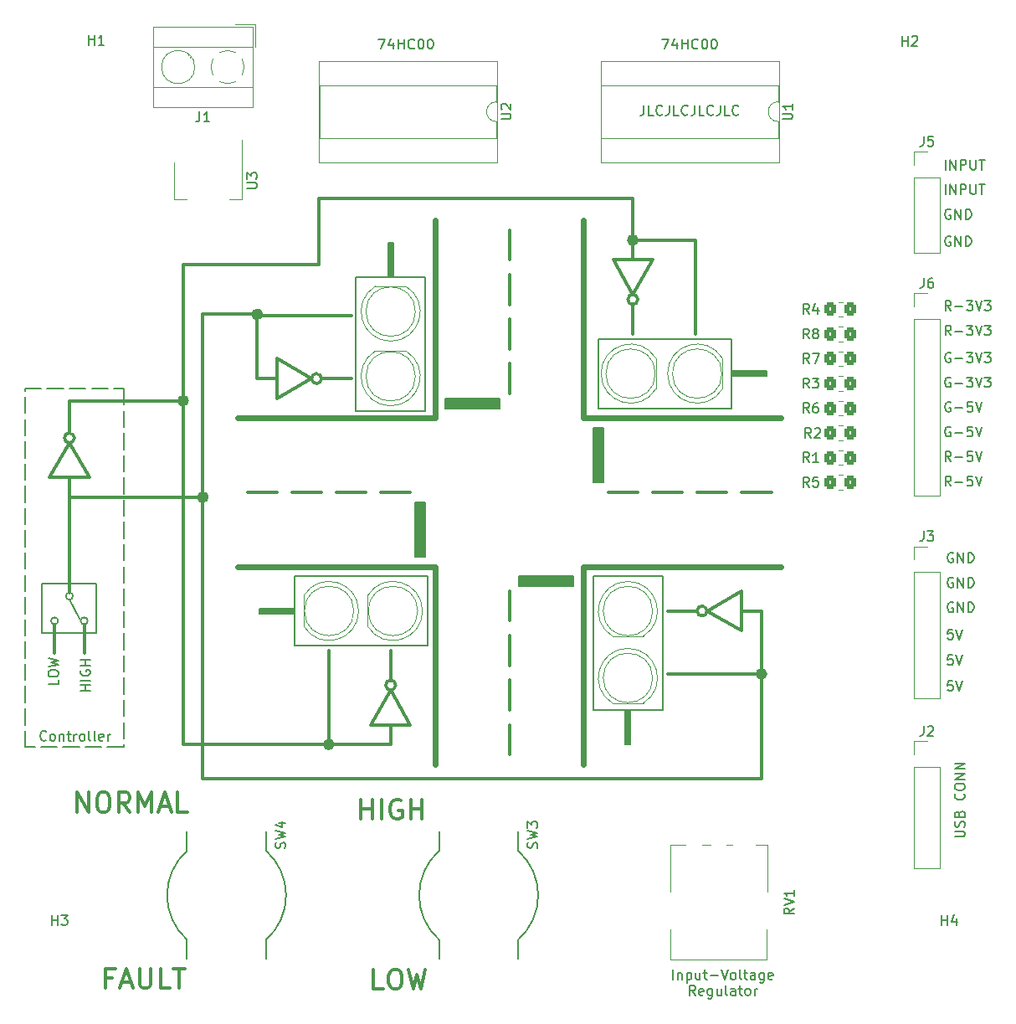
<source format=gto>
G04 #@! TF.GenerationSoftware,KiCad,Pcbnew,7.0.7*
G04 #@! TF.CreationDate,2024-01-31T17:55:45+01:00*
G04 #@! TF.ProjectId,AmpelSchaltung,416d7065-6c53-4636-9861-6c74756e672e,rev?*
G04 #@! TF.SameCoordinates,Original*
G04 #@! TF.FileFunction,Legend,Top*
G04 #@! TF.FilePolarity,Positive*
%FSLAX46Y46*%
G04 Gerber Fmt 4.6, Leading zero omitted, Abs format (unit mm)*
G04 Created by KiCad (PCBNEW 7.0.7) date 2024-01-31 17:55:45*
%MOMM*%
%LPD*%
G01*
G04 APERTURE LIST*
G04 Aperture macros list*
%AMRoundRect*
0 Rectangle with rounded corners*
0 $1 Rounding radius*
0 $2 $3 $4 $5 $6 $7 $8 $9 X,Y pos of 4 corners*
0 Add a 4 corners polygon primitive as box body*
4,1,4,$2,$3,$4,$5,$6,$7,$8,$9,$2,$3,0*
0 Add four circle primitives for the rounded corners*
1,1,$1+$1,$2,$3*
1,1,$1+$1,$4,$5*
1,1,$1+$1,$6,$7*
1,1,$1+$1,$8,$9*
0 Add four rect primitives between the rounded corners*
20,1,$1+$1,$2,$3,$4,$5,0*
20,1,$1+$1,$4,$5,$6,$7,0*
20,1,$1+$1,$6,$7,$8,$9,0*
20,1,$1+$1,$8,$9,$2,$3,0*%
G04 Aperture macros list end*
%ADD10C,0.300000*%
%ADD11C,0.150000*%
%ADD12C,0.590388*%
%ADD13C,0.600000*%
%ADD14C,0.200000*%
%ADD15C,0.120000*%
%ADD16RoundRect,0.250000X-0.350000X-0.450000X0.350000X-0.450000X0.350000X0.450000X-0.350000X0.450000X0*%
%ADD17R,1.800000X1.800000*%
%ADD18C,1.800000*%
%ADD19O,7.000000X5.000000*%
%ADD20C,3.200000*%
%ADD21R,1.700000X1.700000*%
%ADD22O,1.700000X1.700000*%
%ADD23O,2.720000X3.240000*%
%ADD24RoundRect,0.250000X0.350000X0.450000X-0.350000X0.450000X-0.350000X-0.450000X0.350000X-0.450000X0*%
%ADD25R,1.600000X1.600000*%
%ADD26O,1.600000X1.600000*%
%ADD27R,1.500000X2.000000*%
%ADD28R,3.800000X2.000000*%
%ADD29R,2.500000X2.500000*%
%ADD30C,2.500000*%
G04 APERTURE END LIST*
D10*
X136000000Y-116000000D02*
X138000000Y-119500000D01*
X168000000Y-108000000D02*
G75*
G03*
X168000000Y-108000000I-500000J0D01*
G01*
D11*
X126250000Y-111500000D02*
X139750000Y-111500000D01*
D10*
X148000000Y-119500000D02*
X148000000Y-122500000D01*
D11*
X170500000Y-83750000D02*
X174000000Y-83750000D01*
X174000000Y-84250000D01*
X170500000Y-84250000D01*
X170500000Y-83750000D01*
G36*
X170500000Y-83750000D02*
G01*
X174000000Y-83750000D01*
X174000000Y-84250000D01*
X170500000Y-84250000D01*
X170500000Y-83750000D01*
G37*
D10*
X148000000Y-115000000D02*
X148000000Y-118000000D01*
X103500000Y-96500000D02*
X117000000Y-96500000D01*
D12*
X117295194Y-96500000D02*
G75*
G03*
X117295194Y-96500000I-295194J0D01*
G01*
D11*
X138500000Y-97000000D02*
X139500000Y-97000000D01*
X139500000Y-102500000D01*
X138500000Y-102500000D01*
X138500000Y-97000000D01*
G36*
X138500000Y-97000000D02*
G01*
X139500000Y-97000000D01*
X139500000Y-102500000D01*
X138500000Y-102500000D01*
X138500000Y-97000000D01*
G37*
D10*
X117000000Y-78000000D02*
X122500000Y-78000000D01*
X136500000Y-115500000D02*
G75*
G03*
X136500000Y-115500000I-500000J0D01*
G01*
X124500000Y-82500000D02*
X124500000Y-86500000D01*
X136000000Y-116000000D02*
X134000000Y-119500000D01*
X128750000Y-66250000D02*
X160500000Y-66250000D01*
D11*
X170500000Y-87500000D02*
X170500000Y-80500000D01*
X105353553Y-109000000D02*
G75*
G03*
X105353553Y-109000000I-353553J0D01*
G01*
X103500000Y-106853553D02*
X104500000Y-108750000D01*
D10*
X133500000Y-96000000D02*
X130500000Y-96000000D01*
X117000000Y-124750000D02*
X117000000Y-78000000D01*
X148000000Y-72500000D02*
X148000000Y-69500000D01*
X168000000Y-108000000D02*
X171500000Y-110000000D01*
D11*
X139750000Y-104500000D02*
X126250000Y-104500000D01*
D13*
X140500000Y-103500000D02*
X140500000Y-123500000D01*
X155500000Y-88500000D02*
X155500000Y-68500000D01*
X120500000Y-103500000D02*
X140500000Y-103500000D01*
D10*
X161000000Y-76500000D02*
G75*
G03*
X161000000Y-76500000I-500000J0D01*
G01*
X160500000Y-77000000D02*
X160500000Y-80000000D01*
X148000000Y-86000000D02*
X148000000Y-83000000D01*
D12*
X160779806Y-70500000D02*
G75*
G03*
X160779806Y-70500000I-295194J0D01*
G01*
D10*
X101500000Y-94500000D02*
X105500000Y-94500000D01*
X173500000Y-125000000D02*
X117000000Y-125000000D01*
X122500000Y-84375000D02*
X122500000Y-78125000D01*
D11*
X163500000Y-104500000D02*
X156500000Y-104500000D01*
X159750000Y-118000000D02*
X160250000Y-118000000D01*
X160250000Y-121500000D01*
X159750000Y-121500000D01*
X159750000Y-118000000D01*
G36*
X159750000Y-118000000D02*
G01*
X160250000Y-118000000D01*
X160250000Y-121500000D01*
X159750000Y-121500000D01*
X159750000Y-118000000D01*
G37*
D13*
X155500000Y-123500000D02*
X155500000Y-103500000D01*
D10*
X129750000Y-121500000D02*
X115000000Y-121500000D01*
X160500000Y-76000000D02*
X162500000Y-72500000D01*
X138000000Y-96000000D02*
X135000000Y-96000000D01*
D13*
X140500000Y-68500000D02*
X140500000Y-88500000D01*
D10*
X171500000Y-96000000D02*
X174500000Y-96000000D01*
X136000000Y-121500000D02*
X129750000Y-121500000D01*
X148000000Y-81500000D02*
X148000000Y-78500000D01*
X103500000Y-91000000D02*
X101500000Y-94500000D01*
X124500000Y-84500000D02*
X122500000Y-84500000D01*
X148000000Y-110500000D02*
X148000000Y-113500000D01*
X103500000Y-96500000D02*
X103500000Y-106146447D01*
X171500000Y-110000000D02*
X171500000Y-106000000D01*
X103500000Y-86750000D02*
X115000000Y-86750000D01*
X158000000Y-96000000D02*
X161000000Y-96000000D01*
D11*
X156500000Y-104500000D02*
X156500000Y-118000000D01*
D10*
X148000000Y-106000000D02*
X148000000Y-109000000D01*
X129000000Y-84500000D02*
G75*
G03*
X129000000Y-84500000I-500000J0D01*
G01*
X129750000Y-121500000D02*
X129750000Y-112000000D01*
D13*
X175500000Y-88500000D02*
X155500000Y-88500000D01*
D12*
X115295194Y-86750000D02*
G75*
G03*
X115295194Y-86750000I-295194J0D01*
G01*
D13*
X140500000Y-88500000D02*
X120500000Y-88500000D01*
D10*
X162500000Y-96000000D02*
X165500000Y-96000000D01*
X115000000Y-73000000D02*
X128750000Y-73000000D01*
D11*
X99000000Y-85500000D02*
X100650000Y-85500000D01*
X101250000Y-85500000D02*
X102900000Y-85500000D01*
X103500000Y-85500000D02*
X105150000Y-85500000D01*
X105750000Y-85500000D02*
X107400000Y-85500000D01*
X108000000Y-85500000D02*
X109000000Y-85500000D01*
X109000000Y-85500000D02*
X109000000Y-87150000D01*
X109000000Y-87750000D02*
X109000000Y-89400000D01*
X109000000Y-90000000D02*
X109000000Y-91650000D01*
X109000000Y-92250000D02*
X109000000Y-93900000D01*
X109000000Y-94500000D02*
X109000000Y-96150000D01*
X109000000Y-96750000D02*
X109000000Y-98400000D01*
X109000000Y-99000000D02*
X109000000Y-100650000D01*
X109000000Y-101250000D02*
X109000000Y-102900000D01*
X109000000Y-103500000D02*
X109000000Y-105150000D01*
X109000000Y-105750000D02*
X109000000Y-107400000D01*
X109000000Y-108000000D02*
X109000000Y-109650000D01*
X109000000Y-110250000D02*
X109000000Y-111900000D01*
X109000000Y-112500000D02*
X109000000Y-114150000D01*
X109000000Y-114750000D02*
X109000000Y-116400000D01*
X109000000Y-117000000D02*
X109000000Y-118650000D01*
X109000000Y-119250000D02*
X109000000Y-120900000D01*
X109000000Y-121500000D02*
X109000000Y-121750000D01*
X109000000Y-121750000D02*
X107350000Y-121750000D01*
X106750000Y-121750000D02*
X105100000Y-121750000D01*
X104500000Y-121750000D02*
X102850000Y-121750000D01*
X102250000Y-121750000D02*
X100600000Y-121750000D01*
X100000000Y-121750000D02*
X99000000Y-121750000D01*
X99000000Y-121750000D02*
X99000000Y-120100000D01*
X99000000Y-119500000D02*
X99000000Y-117850000D01*
X99000000Y-117250000D02*
X99000000Y-115600000D01*
X99000000Y-115000000D02*
X99000000Y-113350000D01*
X99000000Y-112750000D02*
X99000000Y-111100000D01*
X99000000Y-110500000D02*
X99000000Y-108850000D01*
X99000000Y-108250000D02*
X99000000Y-106600000D01*
X99000000Y-106000000D02*
X99000000Y-104350000D01*
X99000000Y-103750000D02*
X99000000Y-102100000D01*
X99000000Y-101500000D02*
X99000000Y-99850000D01*
X99000000Y-99250000D02*
X99000000Y-97600000D01*
X99000000Y-97000000D02*
X99000000Y-95350000D01*
X99000000Y-94750000D02*
X99000000Y-93100000D01*
X99000000Y-92500000D02*
X99000000Y-90850000D01*
X99000000Y-90250000D02*
X99000000Y-88600000D01*
X99000000Y-88000000D02*
X99000000Y-86350000D01*
X99000000Y-85750000D02*
X99000000Y-85500000D01*
X132500000Y-74250000D02*
X132500000Y-87750000D01*
D10*
X136000000Y-115000000D02*
X136000000Y-112000000D01*
X162500000Y-72500000D02*
X158500000Y-72500000D01*
D11*
X135750000Y-70750000D02*
X136250000Y-70750000D01*
X136250000Y-74250000D01*
X135750000Y-74250000D01*
X135750000Y-70750000D01*
G36*
X135750000Y-70750000D02*
G01*
X136250000Y-70750000D01*
X136250000Y-74250000D01*
X135750000Y-74250000D01*
X135750000Y-70750000D01*
G37*
D10*
X115000000Y-121500000D02*
X115000000Y-73000000D01*
X103500000Y-94500000D02*
X103500000Y-96500000D01*
X160625000Y-70500000D02*
X166875000Y-70500000D01*
X167000000Y-96000000D02*
X170000000Y-96000000D01*
X160500000Y-66250000D02*
X160500000Y-70500000D01*
X168000000Y-108000000D02*
X171500000Y-106000000D01*
X129000000Y-96000000D02*
X126000000Y-96000000D01*
X103500000Y-91000000D02*
X105500000Y-94500000D01*
D12*
X173795194Y-114375000D02*
G75*
G03*
X173795194Y-114375000I-295194J0D01*
G01*
D10*
X105000000Y-109353553D02*
X105000000Y-112250000D01*
D11*
X103853553Y-106500000D02*
G75*
G03*
X103853553Y-106500000I-353553J0D01*
G01*
D10*
X128000000Y-84500000D02*
X124500000Y-86500000D01*
D11*
X100750000Y-105250000D02*
X106250000Y-105250000D01*
X106250000Y-110250000D01*
X100750000Y-110250000D01*
X100750000Y-105250000D01*
X139500000Y-87750000D02*
X139500000Y-74250000D01*
X141500000Y-86500000D02*
X147000000Y-86500000D01*
X147000000Y-87500000D01*
X141500000Y-87500000D01*
X141500000Y-86500000D01*
G36*
X141500000Y-86500000D02*
G01*
X147000000Y-86500000D01*
X147000000Y-87500000D01*
X141500000Y-87500000D01*
X141500000Y-86500000D01*
G37*
X157000000Y-80500000D02*
X157000000Y-87500000D01*
D10*
X160500000Y-72500000D02*
X160500000Y-70500000D01*
X129000000Y-84500000D02*
X132000000Y-84500000D01*
X173500000Y-108125000D02*
X173500000Y-114375000D01*
X103500000Y-90000000D02*
X103500000Y-86750000D01*
D11*
X157000000Y-87500000D02*
X170500000Y-87500000D01*
X102353553Y-109000000D02*
G75*
G03*
X102353553Y-109000000I-353553J0D01*
G01*
D10*
X166875000Y-70500000D02*
X166875000Y-80000000D01*
X173500000Y-114375000D02*
X173500000Y-125000000D01*
X124500000Y-96000000D02*
X121500000Y-96000000D01*
X167000000Y-108000000D02*
X164000000Y-108000000D01*
D11*
X126250000Y-104500000D02*
X126250000Y-111500000D01*
X170500000Y-80500000D02*
X157000000Y-80500000D01*
D10*
X122500000Y-78125000D02*
X132000000Y-78125000D01*
X136000000Y-119500000D02*
X136000000Y-121500000D01*
D11*
X132500000Y-87750000D02*
X139500000Y-87750000D01*
X122750000Y-107750000D02*
X126250000Y-107750000D01*
X126250000Y-108250000D01*
X122750000Y-108250000D01*
X122750000Y-107750000D01*
G36*
X122750000Y-107750000D02*
G01*
X126250000Y-107750000D01*
X126250000Y-108250000D01*
X122750000Y-108250000D01*
X122750000Y-107750000D01*
G37*
D10*
X128750000Y-73000000D02*
X128750000Y-66250000D01*
D11*
X156500000Y-89500000D02*
X157500000Y-89500000D01*
X157500000Y-95000000D01*
X156500000Y-95000000D01*
X156500000Y-89500000D01*
G36*
X156500000Y-89500000D02*
G01*
X157500000Y-89500000D01*
X157500000Y-95000000D01*
X156500000Y-95000000D01*
X156500000Y-89500000D01*
G37*
X139750000Y-111500000D02*
X139750000Y-104500000D01*
X163500000Y-118000000D02*
X163500000Y-104500000D01*
D10*
X102000000Y-109353553D02*
X102000000Y-112250000D01*
D11*
X149000000Y-104500000D02*
X154500000Y-104500000D01*
X154500000Y-105500000D01*
X149000000Y-105500000D01*
X149000000Y-104500000D01*
G36*
X149000000Y-104500000D02*
G01*
X154500000Y-104500000D01*
X154500000Y-105500000D01*
X149000000Y-105500000D01*
X149000000Y-104500000D01*
G37*
D13*
X155500000Y-103500000D02*
X175500000Y-103500000D01*
D10*
X173500000Y-114375000D02*
X164000000Y-114375000D01*
D12*
X130029806Y-121500000D02*
G75*
G03*
X130029806Y-121500000I-295194J0D01*
G01*
D11*
X139500000Y-74250000D02*
X132500000Y-74250000D01*
X156500000Y-118000000D02*
X163500000Y-118000000D01*
D10*
X160500000Y-76000000D02*
X158500000Y-72500000D01*
X128000000Y-84500000D02*
X124500000Y-82500000D01*
X104000000Y-90500000D02*
G75*
G03*
X104000000Y-90500000I-500000J0D01*
G01*
D12*
X122779806Y-78000000D02*
G75*
G03*
X122779806Y-78000000I-295194J0D01*
G01*
D10*
X134000000Y-119500000D02*
X138000000Y-119500000D01*
X148000000Y-77000000D02*
X148000000Y-74000000D01*
X171500000Y-108000000D02*
X173500000Y-108000000D01*
D14*
X192643482Y-81914838D02*
X192548244Y-81867219D01*
X192548244Y-81867219D02*
X192405387Y-81867219D01*
X192405387Y-81867219D02*
X192262530Y-81914838D01*
X192262530Y-81914838D02*
X192167292Y-82010076D01*
X192167292Y-82010076D02*
X192119673Y-82105314D01*
X192119673Y-82105314D02*
X192072054Y-82295790D01*
X192072054Y-82295790D02*
X192072054Y-82438647D01*
X192072054Y-82438647D02*
X192119673Y-82629123D01*
X192119673Y-82629123D02*
X192167292Y-82724361D01*
X192167292Y-82724361D02*
X192262530Y-82819600D01*
X192262530Y-82819600D02*
X192405387Y-82867219D01*
X192405387Y-82867219D02*
X192500625Y-82867219D01*
X192500625Y-82867219D02*
X192643482Y-82819600D01*
X192643482Y-82819600D02*
X192691101Y-82771980D01*
X192691101Y-82771980D02*
X192691101Y-82438647D01*
X192691101Y-82438647D02*
X192500625Y-82438647D01*
X193119673Y-82486266D02*
X193881578Y-82486266D01*
X194262530Y-81867219D02*
X194881577Y-81867219D01*
X194881577Y-81867219D02*
X194548244Y-82248171D01*
X194548244Y-82248171D02*
X194691101Y-82248171D01*
X194691101Y-82248171D02*
X194786339Y-82295790D01*
X194786339Y-82295790D02*
X194833958Y-82343409D01*
X194833958Y-82343409D02*
X194881577Y-82438647D01*
X194881577Y-82438647D02*
X194881577Y-82676742D01*
X194881577Y-82676742D02*
X194833958Y-82771980D01*
X194833958Y-82771980D02*
X194786339Y-82819600D01*
X194786339Y-82819600D02*
X194691101Y-82867219D01*
X194691101Y-82867219D02*
X194405387Y-82867219D01*
X194405387Y-82867219D02*
X194310149Y-82819600D01*
X194310149Y-82819600D02*
X194262530Y-82771980D01*
X195167292Y-81867219D02*
X195500625Y-82867219D01*
X195500625Y-82867219D02*
X195833958Y-81867219D01*
X196072054Y-81867219D02*
X196691101Y-81867219D01*
X196691101Y-81867219D02*
X196357768Y-82248171D01*
X196357768Y-82248171D02*
X196500625Y-82248171D01*
X196500625Y-82248171D02*
X196595863Y-82295790D01*
X196595863Y-82295790D02*
X196643482Y-82343409D01*
X196643482Y-82343409D02*
X196691101Y-82438647D01*
X196691101Y-82438647D02*
X196691101Y-82676742D01*
X196691101Y-82676742D02*
X196643482Y-82771980D01*
X196643482Y-82771980D02*
X196595863Y-82819600D01*
X196595863Y-82819600D02*
X196500625Y-82867219D01*
X196500625Y-82867219D02*
X196214911Y-82867219D01*
X196214911Y-82867219D02*
X196119673Y-82819600D01*
X196119673Y-82819600D02*
X196072054Y-82771980D01*
D10*
X104273558Y-128339638D02*
X104273558Y-126339638D01*
X104273558Y-126339638D02*
X105416415Y-128339638D01*
X105416415Y-128339638D02*
X105416415Y-126339638D01*
X106749748Y-126339638D02*
X107130701Y-126339638D01*
X107130701Y-126339638D02*
X107321177Y-126434876D01*
X107321177Y-126434876D02*
X107511653Y-126625352D01*
X107511653Y-126625352D02*
X107606891Y-127006304D01*
X107606891Y-127006304D02*
X107606891Y-127672971D01*
X107606891Y-127672971D02*
X107511653Y-128053923D01*
X107511653Y-128053923D02*
X107321177Y-128244400D01*
X107321177Y-128244400D02*
X107130701Y-128339638D01*
X107130701Y-128339638D02*
X106749748Y-128339638D01*
X106749748Y-128339638D02*
X106559272Y-128244400D01*
X106559272Y-128244400D02*
X106368796Y-128053923D01*
X106368796Y-128053923D02*
X106273558Y-127672971D01*
X106273558Y-127672971D02*
X106273558Y-127006304D01*
X106273558Y-127006304D02*
X106368796Y-126625352D01*
X106368796Y-126625352D02*
X106559272Y-126434876D01*
X106559272Y-126434876D02*
X106749748Y-126339638D01*
X109606891Y-128339638D02*
X108940224Y-127387257D01*
X108464034Y-128339638D02*
X108464034Y-126339638D01*
X108464034Y-126339638D02*
X109225939Y-126339638D01*
X109225939Y-126339638D02*
X109416415Y-126434876D01*
X109416415Y-126434876D02*
X109511653Y-126530114D01*
X109511653Y-126530114D02*
X109606891Y-126720590D01*
X109606891Y-126720590D02*
X109606891Y-127006304D01*
X109606891Y-127006304D02*
X109511653Y-127196780D01*
X109511653Y-127196780D02*
X109416415Y-127292019D01*
X109416415Y-127292019D02*
X109225939Y-127387257D01*
X109225939Y-127387257D02*
X108464034Y-127387257D01*
X110464034Y-128339638D02*
X110464034Y-126339638D01*
X110464034Y-126339638D02*
X111130701Y-127768209D01*
X111130701Y-127768209D02*
X111797367Y-126339638D01*
X111797367Y-126339638D02*
X111797367Y-128339638D01*
X112654510Y-127768209D02*
X113606891Y-127768209D01*
X112464034Y-128339638D02*
X113130700Y-126339638D01*
X113130700Y-126339638D02*
X113797367Y-128339638D01*
X115416415Y-128339638D02*
X114464034Y-128339638D01*
X114464034Y-128339638D02*
X114464034Y-126339638D01*
D11*
X101158207Y-121024580D02*
X101110588Y-121072200D01*
X101110588Y-121072200D02*
X100967731Y-121119819D01*
X100967731Y-121119819D02*
X100872493Y-121119819D01*
X100872493Y-121119819D02*
X100729636Y-121072200D01*
X100729636Y-121072200D02*
X100634398Y-120976961D01*
X100634398Y-120976961D02*
X100586779Y-120881723D01*
X100586779Y-120881723D02*
X100539160Y-120691247D01*
X100539160Y-120691247D02*
X100539160Y-120548390D01*
X100539160Y-120548390D02*
X100586779Y-120357914D01*
X100586779Y-120357914D02*
X100634398Y-120262676D01*
X100634398Y-120262676D02*
X100729636Y-120167438D01*
X100729636Y-120167438D02*
X100872493Y-120119819D01*
X100872493Y-120119819D02*
X100967731Y-120119819D01*
X100967731Y-120119819D02*
X101110588Y-120167438D01*
X101110588Y-120167438D02*
X101158207Y-120215057D01*
X101729636Y-121119819D02*
X101634398Y-121072200D01*
X101634398Y-121072200D02*
X101586779Y-121024580D01*
X101586779Y-121024580D02*
X101539160Y-120929342D01*
X101539160Y-120929342D02*
X101539160Y-120643628D01*
X101539160Y-120643628D02*
X101586779Y-120548390D01*
X101586779Y-120548390D02*
X101634398Y-120500771D01*
X101634398Y-120500771D02*
X101729636Y-120453152D01*
X101729636Y-120453152D02*
X101872493Y-120453152D01*
X101872493Y-120453152D02*
X101967731Y-120500771D01*
X101967731Y-120500771D02*
X102015350Y-120548390D01*
X102015350Y-120548390D02*
X102062969Y-120643628D01*
X102062969Y-120643628D02*
X102062969Y-120929342D01*
X102062969Y-120929342D02*
X102015350Y-121024580D01*
X102015350Y-121024580D02*
X101967731Y-121072200D01*
X101967731Y-121072200D02*
X101872493Y-121119819D01*
X101872493Y-121119819D02*
X101729636Y-121119819D01*
X102491541Y-120453152D02*
X102491541Y-121119819D01*
X102491541Y-120548390D02*
X102539160Y-120500771D01*
X102539160Y-120500771D02*
X102634398Y-120453152D01*
X102634398Y-120453152D02*
X102777255Y-120453152D01*
X102777255Y-120453152D02*
X102872493Y-120500771D01*
X102872493Y-120500771D02*
X102920112Y-120596009D01*
X102920112Y-120596009D02*
X102920112Y-121119819D01*
X103253446Y-120453152D02*
X103634398Y-120453152D01*
X103396303Y-120119819D02*
X103396303Y-120976961D01*
X103396303Y-120976961D02*
X103443922Y-121072200D01*
X103443922Y-121072200D02*
X103539160Y-121119819D01*
X103539160Y-121119819D02*
X103634398Y-121119819D01*
X103967732Y-121119819D02*
X103967732Y-120453152D01*
X103967732Y-120643628D02*
X104015351Y-120548390D01*
X104015351Y-120548390D02*
X104062970Y-120500771D01*
X104062970Y-120500771D02*
X104158208Y-120453152D01*
X104158208Y-120453152D02*
X104253446Y-120453152D01*
X104729637Y-121119819D02*
X104634399Y-121072200D01*
X104634399Y-121072200D02*
X104586780Y-121024580D01*
X104586780Y-121024580D02*
X104539161Y-120929342D01*
X104539161Y-120929342D02*
X104539161Y-120643628D01*
X104539161Y-120643628D02*
X104586780Y-120548390D01*
X104586780Y-120548390D02*
X104634399Y-120500771D01*
X104634399Y-120500771D02*
X104729637Y-120453152D01*
X104729637Y-120453152D02*
X104872494Y-120453152D01*
X104872494Y-120453152D02*
X104967732Y-120500771D01*
X104967732Y-120500771D02*
X105015351Y-120548390D01*
X105015351Y-120548390D02*
X105062970Y-120643628D01*
X105062970Y-120643628D02*
X105062970Y-120929342D01*
X105062970Y-120929342D02*
X105015351Y-121024580D01*
X105015351Y-121024580D02*
X104967732Y-121072200D01*
X104967732Y-121072200D02*
X104872494Y-121119819D01*
X104872494Y-121119819D02*
X104729637Y-121119819D01*
X105634399Y-121119819D02*
X105539161Y-121072200D01*
X105539161Y-121072200D02*
X105491542Y-120976961D01*
X105491542Y-120976961D02*
X105491542Y-120119819D01*
X106158209Y-121119819D02*
X106062971Y-121072200D01*
X106062971Y-121072200D02*
X106015352Y-120976961D01*
X106015352Y-120976961D02*
X106015352Y-120119819D01*
X106920114Y-121072200D02*
X106824876Y-121119819D01*
X106824876Y-121119819D02*
X106634400Y-121119819D01*
X106634400Y-121119819D02*
X106539162Y-121072200D01*
X106539162Y-121072200D02*
X106491543Y-120976961D01*
X106491543Y-120976961D02*
X106491543Y-120596009D01*
X106491543Y-120596009D02*
X106539162Y-120500771D01*
X106539162Y-120500771D02*
X106634400Y-120453152D01*
X106634400Y-120453152D02*
X106824876Y-120453152D01*
X106824876Y-120453152D02*
X106920114Y-120500771D01*
X106920114Y-120500771D02*
X106967733Y-120596009D01*
X106967733Y-120596009D02*
X106967733Y-120691247D01*
X106967733Y-120691247D02*
X106491543Y-120786485D01*
X107396305Y-121119819D02*
X107396305Y-120453152D01*
X107396305Y-120643628D02*
X107443924Y-120548390D01*
X107443924Y-120548390D02*
X107491543Y-120500771D01*
X107491543Y-120500771D02*
X107586781Y-120453152D01*
X107586781Y-120453152D02*
X107682019Y-120453152D01*
D14*
X192643482Y-86914838D02*
X192548244Y-86867219D01*
X192548244Y-86867219D02*
X192405387Y-86867219D01*
X192405387Y-86867219D02*
X192262530Y-86914838D01*
X192262530Y-86914838D02*
X192167292Y-87010076D01*
X192167292Y-87010076D02*
X192119673Y-87105314D01*
X192119673Y-87105314D02*
X192072054Y-87295790D01*
X192072054Y-87295790D02*
X192072054Y-87438647D01*
X192072054Y-87438647D02*
X192119673Y-87629123D01*
X192119673Y-87629123D02*
X192167292Y-87724361D01*
X192167292Y-87724361D02*
X192262530Y-87819600D01*
X192262530Y-87819600D02*
X192405387Y-87867219D01*
X192405387Y-87867219D02*
X192500625Y-87867219D01*
X192500625Y-87867219D02*
X192643482Y-87819600D01*
X192643482Y-87819600D02*
X192691101Y-87771980D01*
X192691101Y-87771980D02*
X192691101Y-87438647D01*
X192691101Y-87438647D02*
X192500625Y-87438647D01*
X193119673Y-87486266D02*
X193881578Y-87486266D01*
X194833958Y-86867219D02*
X194357768Y-86867219D01*
X194357768Y-86867219D02*
X194310149Y-87343409D01*
X194310149Y-87343409D02*
X194357768Y-87295790D01*
X194357768Y-87295790D02*
X194453006Y-87248171D01*
X194453006Y-87248171D02*
X194691101Y-87248171D01*
X194691101Y-87248171D02*
X194786339Y-87295790D01*
X194786339Y-87295790D02*
X194833958Y-87343409D01*
X194833958Y-87343409D02*
X194881577Y-87438647D01*
X194881577Y-87438647D02*
X194881577Y-87676742D01*
X194881577Y-87676742D02*
X194833958Y-87771980D01*
X194833958Y-87771980D02*
X194786339Y-87819600D01*
X194786339Y-87819600D02*
X194691101Y-87867219D01*
X194691101Y-87867219D02*
X194453006Y-87867219D01*
X194453006Y-87867219D02*
X194357768Y-87819600D01*
X194357768Y-87819600D02*
X194310149Y-87771980D01*
X195167292Y-86867219D02*
X195500625Y-87867219D01*
X195500625Y-87867219D02*
X195833958Y-86867219D01*
X192845863Y-109867219D02*
X192369673Y-109867219D01*
X192369673Y-109867219D02*
X192322054Y-110343409D01*
X192322054Y-110343409D02*
X192369673Y-110295790D01*
X192369673Y-110295790D02*
X192464911Y-110248171D01*
X192464911Y-110248171D02*
X192703006Y-110248171D01*
X192703006Y-110248171D02*
X192798244Y-110295790D01*
X192798244Y-110295790D02*
X192845863Y-110343409D01*
X192845863Y-110343409D02*
X192893482Y-110438647D01*
X192893482Y-110438647D02*
X192893482Y-110676742D01*
X192893482Y-110676742D02*
X192845863Y-110771980D01*
X192845863Y-110771980D02*
X192798244Y-110819600D01*
X192798244Y-110819600D02*
X192703006Y-110867219D01*
X192703006Y-110867219D02*
X192464911Y-110867219D01*
X192464911Y-110867219D02*
X192369673Y-110819600D01*
X192369673Y-110819600D02*
X192322054Y-110771980D01*
X193179197Y-109867219D02*
X193512530Y-110867219D01*
X193512530Y-110867219D02*
X193845863Y-109867219D01*
X163474435Y-50167219D02*
X164141101Y-50167219D01*
X164141101Y-50167219D02*
X163712530Y-51167219D01*
X164950625Y-50500552D02*
X164950625Y-51167219D01*
X164712530Y-50119600D02*
X164474435Y-50833885D01*
X164474435Y-50833885D02*
X165093482Y-50833885D01*
X165474435Y-51167219D02*
X165474435Y-50167219D01*
X165474435Y-50643409D02*
X166045863Y-50643409D01*
X166045863Y-51167219D02*
X166045863Y-50167219D01*
X167093482Y-51071980D02*
X167045863Y-51119600D01*
X167045863Y-51119600D02*
X166903006Y-51167219D01*
X166903006Y-51167219D02*
X166807768Y-51167219D01*
X166807768Y-51167219D02*
X166664911Y-51119600D01*
X166664911Y-51119600D02*
X166569673Y-51024361D01*
X166569673Y-51024361D02*
X166522054Y-50929123D01*
X166522054Y-50929123D02*
X166474435Y-50738647D01*
X166474435Y-50738647D02*
X166474435Y-50595790D01*
X166474435Y-50595790D02*
X166522054Y-50405314D01*
X166522054Y-50405314D02*
X166569673Y-50310076D01*
X166569673Y-50310076D02*
X166664911Y-50214838D01*
X166664911Y-50214838D02*
X166807768Y-50167219D01*
X166807768Y-50167219D02*
X166903006Y-50167219D01*
X166903006Y-50167219D02*
X167045863Y-50214838D01*
X167045863Y-50214838D02*
X167093482Y-50262457D01*
X167712530Y-50167219D02*
X167807768Y-50167219D01*
X167807768Y-50167219D02*
X167903006Y-50214838D01*
X167903006Y-50214838D02*
X167950625Y-50262457D01*
X167950625Y-50262457D02*
X167998244Y-50357695D01*
X167998244Y-50357695D02*
X168045863Y-50548171D01*
X168045863Y-50548171D02*
X168045863Y-50786266D01*
X168045863Y-50786266D02*
X167998244Y-50976742D01*
X167998244Y-50976742D02*
X167950625Y-51071980D01*
X167950625Y-51071980D02*
X167903006Y-51119600D01*
X167903006Y-51119600D02*
X167807768Y-51167219D01*
X167807768Y-51167219D02*
X167712530Y-51167219D01*
X167712530Y-51167219D02*
X167617292Y-51119600D01*
X167617292Y-51119600D02*
X167569673Y-51071980D01*
X167569673Y-51071980D02*
X167522054Y-50976742D01*
X167522054Y-50976742D02*
X167474435Y-50786266D01*
X167474435Y-50786266D02*
X167474435Y-50548171D01*
X167474435Y-50548171D02*
X167522054Y-50357695D01*
X167522054Y-50357695D02*
X167569673Y-50262457D01*
X167569673Y-50262457D02*
X167617292Y-50214838D01*
X167617292Y-50214838D02*
X167712530Y-50167219D01*
X168664911Y-50167219D02*
X168760149Y-50167219D01*
X168760149Y-50167219D02*
X168855387Y-50214838D01*
X168855387Y-50214838D02*
X168903006Y-50262457D01*
X168903006Y-50262457D02*
X168950625Y-50357695D01*
X168950625Y-50357695D02*
X168998244Y-50548171D01*
X168998244Y-50548171D02*
X168998244Y-50786266D01*
X168998244Y-50786266D02*
X168950625Y-50976742D01*
X168950625Y-50976742D02*
X168903006Y-51071980D01*
X168903006Y-51071980D02*
X168855387Y-51119600D01*
X168855387Y-51119600D02*
X168760149Y-51167219D01*
X168760149Y-51167219D02*
X168664911Y-51167219D01*
X168664911Y-51167219D02*
X168569673Y-51119600D01*
X168569673Y-51119600D02*
X168522054Y-51071980D01*
X168522054Y-51071980D02*
X168474435Y-50976742D01*
X168474435Y-50976742D02*
X168426816Y-50786266D01*
X168426816Y-50786266D02*
X168426816Y-50548171D01*
X168426816Y-50548171D02*
X168474435Y-50357695D01*
X168474435Y-50357695D02*
X168522054Y-50262457D01*
X168522054Y-50262457D02*
X168569673Y-50214838D01*
X168569673Y-50214838D02*
X168664911Y-50167219D01*
X134774435Y-50167219D02*
X135441101Y-50167219D01*
X135441101Y-50167219D02*
X135012530Y-51167219D01*
X136250625Y-50500552D02*
X136250625Y-51167219D01*
X136012530Y-50119600D02*
X135774435Y-50833885D01*
X135774435Y-50833885D02*
X136393482Y-50833885D01*
X136774435Y-51167219D02*
X136774435Y-50167219D01*
X136774435Y-50643409D02*
X137345863Y-50643409D01*
X137345863Y-51167219D02*
X137345863Y-50167219D01*
X138393482Y-51071980D02*
X138345863Y-51119600D01*
X138345863Y-51119600D02*
X138203006Y-51167219D01*
X138203006Y-51167219D02*
X138107768Y-51167219D01*
X138107768Y-51167219D02*
X137964911Y-51119600D01*
X137964911Y-51119600D02*
X137869673Y-51024361D01*
X137869673Y-51024361D02*
X137822054Y-50929123D01*
X137822054Y-50929123D02*
X137774435Y-50738647D01*
X137774435Y-50738647D02*
X137774435Y-50595790D01*
X137774435Y-50595790D02*
X137822054Y-50405314D01*
X137822054Y-50405314D02*
X137869673Y-50310076D01*
X137869673Y-50310076D02*
X137964911Y-50214838D01*
X137964911Y-50214838D02*
X138107768Y-50167219D01*
X138107768Y-50167219D02*
X138203006Y-50167219D01*
X138203006Y-50167219D02*
X138345863Y-50214838D01*
X138345863Y-50214838D02*
X138393482Y-50262457D01*
X139012530Y-50167219D02*
X139107768Y-50167219D01*
X139107768Y-50167219D02*
X139203006Y-50214838D01*
X139203006Y-50214838D02*
X139250625Y-50262457D01*
X139250625Y-50262457D02*
X139298244Y-50357695D01*
X139298244Y-50357695D02*
X139345863Y-50548171D01*
X139345863Y-50548171D02*
X139345863Y-50786266D01*
X139345863Y-50786266D02*
X139298244Y-50976742D01*
X139298244Y-50976742D02*
X139250625Y-51071980D01*
X139250625Y-51071980D02*
X139203006Y-51119600D01*
X139203006Y-51119600D02*
X139107768Y-51167219D01*
X139107768Y-51167219D02*
X139012530Y-51167219D01*
X139012530Y-51167219D02*
X138917292Y-51119600D01*
X138917292Y-51119600D02*
X138869673Y-51071980D01*
X138869673Y-51071980D02*
X138822054Y-50976742D01*
X138822054Y-50976742D02*
X138774435Y-50786266D01*
X138774435Y-50786266D02*
X138774435Y-50548171D01*
X138774435Y-50548171D02*
X138822054Y-50357695D01*
X138822054Y-50357695D02*
X138869673Y-50262457D01*
X138869673Y-50262457D02*
X138917292Y-50214838D01*
X138917292Y-50214838D02*
X139012530Y-50167219D01*
X139964911Y-50167219D02*
X140060149Y-50167219D01*
X140060149Y-50167219D02*
X140155387Y-50214838D01*
X140155387Y-50214838D02*
X140203006Y-50262457D01*
X140203006Y-50262457D02*
X140250625Y-50357695D01*
X140250625Y-50357695D02*
X140298244Y-50548171D01*
X140298244Y-50548171D02*
X140298244Y-50786266D01*
X140298244Y-50786266D02*
X140250625Y-50976742D01*
X140250625Y-50976742D02*
X140203006Y-51071980D01*
X140203006Y-51071980D02*
X140155387Y-51119600D01*
X140155387Y-51119600D02*
X140060149Y-51167219D01*
X140060149Y-51167219D02*
X139964911Y-51167219D01*
X139964911Y-51167219D02*
X139869673Y-51119600D01*
X139869673Y-51119600D02*
X139822054Y-51071980D01*
X139822054Y-51071980D02*
X139774435Y-50976742D01*
X139774435Y-50976742D02*
X139726816Y-50786266D01*
X139726816Y-50786266D02*
X139726816Y-50548171D01*
X139726816Y-50548171D02*
X139774435Y-50357695D01*
X139774435Y-50357695D02*
X139822054Y-50262457D01*
X139822054Y-50262457D02*
X139869673Y-50214838D01*
X139869673Y-50214838D02*
X139964911Y-50167219D01*
D11*
X105619819Y-116063220D02*
X104619819Y-116063220D01*
X105096009Y-116063220D02*
X105096009Y-115491792D01*
X105619819Y-115491792D02*
X104619819Y-115491792D01*
X105619819Y-115015601D02*
X104619819Y-115015601D01*
X104667438Y-114015602D02*
X104619819Y-114110840D01*
X104619819Y-114110840D02*
X104619819Y-114253697D01*
X104619819Y-114253697D02*
X104667438Y-114396554D01*
X104667438Y-114396554D02*
X104762676Y-114491792D01*
X104762676Y-114491792D02*
X104857914Y-114539411D01*
X104857914Y-114539411D02*
X105048390Y-114587030D01*
X105048390Y-114587030D02*
X105191247Y-114587030D01*
X105191247Y-114587030D02*
X105381723Y-114539411D01*
X105381723Y-114539411D02*
X105476961Y-114491792D01*
X105476961Y-114491792D02*
X105572200Y-114396554D01*
X105572200Y-114396554D02*
X105619819Y-114253697D01*
X105619819Y-114253697D02*
X105619819Y-114158459D01*
X105619819Y-114158459D02*
X105572200Y-114015602D01*
X105572200Y-114015602D02*
X105524580Y-113967983D01*
X105524580Y-113967983D02*
X105191247Y-113967983D01*
X105191247Y-113967983D02*
X105191247Y-114158459D01*
X105619819Y-113539411D02*
X104619819Y-113539411D01*
X105096009Y-113539411D02*
X105096009Y-112967983D01*
X105619819Y-112967983D02*
X104619819Y-112967983D01*
D14*
X192893482Y-107164838D02*
X192798244Y-107117219D01*
X192798244Y-107117219D02*
X192655387Y-107117219D01*
X192655387Y-107117219D02*
X192512530Y-107164838D01*
X192512530Y-107164838D02*
X192417292Y-107260076D01*
X192417292Y-107260076D02*
X192369673Y-107355314D01*
X192369673Y-107355314D02*
X192322054Y-107545790D01*
X192322054Y-107545790D02*
X192322054Y-107688647D01*
X192322054Y-107688647D02*
X192369673Y-107879123D01*
X192369673Y-107879123D02*
X192417292Y-107974361D01*
X192417292Y-107974361D02*
X192512530Y-108069600D01*
X192512530Y-108069600D02*
X192655387Y-108117219D01*
X192655387Y-108117219D02*
X192750625Y-108117219D01*
X192750625Y-108117219D02*
X192893482Y-108069600D01*
X192893482Y-108069600D02*
X192941101Y-108021980D01*
X192941101Y-108021980D02*
X192941101Y-107688647D01*
X192941101Y-107688647D02*
X192750625Y-107688647D01*
X193369673Y-108117219D02*
X193369673Y-107117219D01*
X193369673Y-107117219D02*
X193941101Y-108117219D01*
X193941101Y-108117219D02*
X193941101Y-107117219D01*
X194417292Y-108117219D02*
X194417292Y-107117219D01*
X194417292Y-107117219D02*
X194655387Y-107117219D01*
X194655387Y-107117219D02*
X194798244Y-107164838D01*
X194798244Y-107164838D02*
X194893482Y-107260076D01*
X194893482Y-107260076D02*
X194941101Y-107355314D01*
X194941101Y-107355314D02*
X194988720Y-107545790D01*
X194988720Y-107545790D02*
X194988720Y-107688647D01*
X194988720Y-107688647D02*
X194941101Y-107879123D01*
X194941101Y-107879123D02*
X194893482Y-107974361D01*
X194893482Y-107974361D02*
X194798244Y-108069600D01*
X194798244Y-108069600D02*
X194655387Y-108117219D01*
X194655387Y-108117219D02*
X194417292Y-108117219D01*
X192643482Y-84414838D02*
X192548244Y-84367219D01*
X192548244Y-84367219D02*
X192405387Y-84367219D01*
X192405387Y-84367219D02*
X192262530Y-84414838D01*
X192262530Y-84414838D02*
X192167292Y-84510076D01*
X192167292Y-84510076D02*
X192119673Y-84605314D01*
X192119673Y-84605314D02*
X192072054Y-84795790D01*
X192072054Y-84795790D02*
X192072054Y-84938647D01*
X192072054Y-84938647D02*
X192119673Y-85129123D01*
X192119673Y-85129123D02*
X192167292Y-85224361D01*
X192167292Y-85224361D02*
X192262530Y-85319600D01*
X192262530Y-85319600D02*
X192405387Y-85367219D01*
X192405387Y-85367219D02*
X192500625Y-85367219D01*
X192500625Y-85367219D02*
X192643482Y-85319600D01*
X192643482Y-85319600D02*
X192691101Y-85271980D01*
X192691101Y-85271980D02*
X192691101Y-84938647D01*
X192691101Y-84938647D02*
X192500625Y-84938647D01*
X193119673Y-84986266D02*
X193881578Y-84986266D01*
X194262530Y-84367219D02*
X194881577Y-84367219D01*
X194881577Y-84367219D02*
X194548244Y-84748171D01*
X194548244Y-84748171D02*
X194691101Y-84748171D01*
X194691101Y-84748171D02*
X194786339Y-84795790D01*
X194786339Y-84795790D02*
X194833958Y-84843409D01*
X194833958Y-84843409D02*
X194881577Y-84938647D01*
X194881577Y-84938647D02*
X194881577Y-85176742D01*
X194881577Y-85176742D02*
X194833958Y-85271980D01*
X194833958Y-85271980D02*
X194786339Y-85319600D01*
X194786339Y-85319600D02*
X194691101Y-85367219D01*
X194691101Y-85367219D02*
X194405387Y-85367219D01*
X194405387Y-85367219D02*
X194310149Y-85319600D01*
X194310149Y-85319600D02*
X194262530Y-85271980D01*
X195167292Y-84367219D02*
X195500625Y-85367219D01*
X195500625Y-85367219D02*
X195833958Y-84367219D01*
X196072054Y-84367219D02*
X196691101Y-84367219D01*
X196691101Y-84367219D02*
X196357768Y-84748171D01*
X196357768Y-84748171D02*
X196500625Y-84748171D01*
X196500625Y-84748171D02*
X196595863Y-84795790D01*
X196595863Y-84795790D02*
X196643482Y-84843409D01*
X196643482Y-84843409D02*
X196691101Y-84938647D01*
X196691101Y-84938647D02*
X196691101Y-85176742D01*
X196691101Y-85176742D02*
X196643482Y-85271980D01*
X196643482Y-85271980D02*
X196595863Y-85319600D01*
X196595863Y-85319600D02*
X196500625Y-85367219D01*
X196500625Y-85367219D02*
X196214911Y-85367219D01*
X196214911Y-85367219D02*
X196119673Y-85319600D01*
X196119673Y-85319600D02*
X196072054Y-85271980D01*
X192893482Y-104664838D02*
X192798244Y-104617219D01*
X192798244Y-104617219D02*
X192655387Y-104617219D01*
X192655387Y-104617219D02*
X192512530Y-104664838D01*
X192512530Y-104664838D02*
X192417292Y-104760076D01*
X192417292Y-104760076D02*
X192369673Y-104855314D01*
X192369673Y-104855314D02*
X192322054Y-105045790D01*
X192322054Y-105045790D02*
X192322054Y-105188647D01*
X192322054Y-105188647D02*
X192369673Y-105379123D01*
X192369673Y-105379123D02*
X192417292Y-105474361D01*
X192417292Y-105474361D02*
X192512530Y-105569600D01*
X192512530Y-105569600D02*
X192655387Y-105617219D01*
X192655387Y-105617219D02*
X192750625Y-105617219D01*
X192750625Y-105617219D02*
X192893482Y-105569600D01*
X192893482Y-105569600D02*
X192941101Y-105521980D01*
X192941101Y-105521980D02*
X192941101Y-105188647D01*
X192941101Y-105188647D02*
X192750625Y-105188647D01*
X193369673Y-105617219D02*
X193369673Y-104617219D01*
X193369673Y-104617219D02*
X193941101Y-105617219D01*
X193941101Y-105617219D02*
X193941101Y-104617219D01*
X194417292Y-105617219D02*
X194417292Y-104617219D01*
X194417292Y-104617219D02*
X194655387Y-104617219D01*
X194655387Y-104617219D02*
X194798244Y-104664838D01*
X194798244Y-104664838D02*
X194893482Y-104760076D01*
X194893482Y-104760076D02*
X194941101Y-104855314D01*
X194941101Y-104855314D02*
X194988720Y-105045790D01*
X194988720Y-105045790D02*
X194988720Y-105188647D01*
X194988720Y-105188647D02*
X194941101Y-105379123D01*
X194941101Y-105379123D02*
X194893482Y-105474361D01*
X194893482Y-105474361D02*
X194798244Y-105569600D01*
X194798244Y-105569600D02*
X194655387Y-105617219D01*
X194655387Y-105617219D02*
X194417292Y-105617219D01*
X192845863Y-112467219D02*
X192369673Y-112467219D01*
X192369673Y-112467219D02*
X192322054Y-112943409D01*
X192322054Y-112943409D02*
X192369673Y-112895790D01*
X192369673Y-112895790D02*
X192464911Y-112848171D01*
X192464911Y-112848171D02*
X192703006Y-112848171D01*
X192703006Y-112848171D02*
X192798244Y-112895790D01*
X192798244Y-112895790D02*
X192845863Y-112943409D01*
X192845863Y-112943409D02*
X192893482Y-113038647D01*
X192893482Y-113038647D02*
X192893482Y-113276742D01*
X192893482Y-113276742D02*
X192845863Y-113371980D01*
X192845863Y-113371980D02*
X192798244Y-113419600D01*
X192798244Y-113419600D02*
X192703006Y-113467219D01*
X192703006Y-113467219D02*
X192464911Y-113467219D01*
X192464911Y-113467219D02*
X192369673Y-113419600D01*
X192369673Y-113419600D02*
X192322054Y-113371980D01*
X193179197Y-112467219D02*
X193512530Y-113467219D01*
X193512530Y-113467219D02*
X193845863Y-112467219D01*
X193067219Y-130830326D02*
X193876742Y-130830326D01*
X193876742Y-130830326D02*
X193971980Y-130782707D01*
X193971980Y-130782707D02*
X194019600Y-130735088D01*
X194019600Y-130735088D02*
X194067219Y-130639850D01*
X194067219Y-130639850D02*
X194067219Y-130449374D01*
X194067219Y-130449374D02*
X194019600Y-130354136D01*
X194019600Y-130354136D02*
X193971980Y-130306517D01*
X193971980Y-130306517D02*
X193876742Y-130258898D01*
X193876742Y-130258898D02*
X193067219Y-130258898D01*
X194019600Y-129830326D02*
X194067219Y-129687469D01*
X194067219Y-129687469D02*
X194067219Y-129449374D01*
X194067219Y-129449374D02*
X194019600Y-129354136D01*
X194019600Y-129354136D02*
X193971980Y-129306517D01*
X193971980Y-129306517D02*
X193876742Y-129258898D01*
X193876742Y-129258898D02*
X193781504Y-129258898D01*
X193781504Y-129258898D02*
X193686266Y-129306517D01*
X193686266Y-129306517D02*
X193638647Y-129354136D01*
X193638647Y-129354136D02*
X193591028Y-129449374D01*
X193591028Y-129449374D02*
X193543409Y-129639850D01*
X193543409Y-129639850D02*
X193495790Y-129735088D01*
X193495790Y-129735088D02*
X193448171Y-129782707D01*
X193448171Y-129782707D02*
X193352933Y-129830326D01*
X193352933Y-129830326D02*
X193257695Y-129830326D01*
X193257695Y-129830326D02*
X193162457Y-129782707D01*
X193162457Y-129782707D02*
X193114838Y-129735088D01*
X193114838Y-129735088D02*
X193067219Y-129639850D01*
X193067219Y-129639850D02*
X193067219Y-129401755D01*
X193067219Y-129401755D02*
X193114838Y-129258898D01*
X193543409Y-128496993D02*
X193591028Y-128354136D01*
X193591028Y-128354136D02*
X193638647Y-128306517D01*
X193638647Y-128306517D02*
X193733885Y-128258898D01*
X193733885Y-128258898D02*
X193876742Y-128258898D01*
X193876742Y-128258898D02*
X193971980Y-128306517D01*
X193971980Y-128306517D02*
X194019600Y-128354136D01*
X194019600Y-128354136D02*
X194067219Y-128449374D01*
X194067219Y-128449374D02*
X194067219Y-128830326D01*
X194067219Y-128830326D02*
X193067219Y-128830326D01*
X193067219Y-128830326D02*
X193067219Y-128496993D01*
X193067219Y-128496993D02*
X193114838Y-128401755D01*
X193114838Y-128401755D02*
X193162457Y-128354136D01*
X193162457Y-128354136D02*
X193257695Y-128306517D01*
X193257695Y-128306517D02*
X193352933Y-128306517D01*
X193352933Y-128306517D02*
X193448171Y-128354136D01*
X193448171Y-128354136D02*
X193495790Y-128401755D01*
X193495790Y-128401755D02*
X193543409Y-128496993D01*
X193543409Y-128496993D02*
X193543409Y-128830326D01*
X193971980Y-126496993D02*
X194019600Y-126544612D01*
X194019600Y-126544612D02*
X194067219Y-126687469D01*
X194067219Y-126687469D02*
X194067219Y-126782707D01*
X194067219Y-126782707D02*
X194019600Y-126925564D01*
X194019600Y-126925564D02*
X193924361Y-127020802D01*
X193924361Y-127020802D02*
X193829123Y-127068421D01*
X193829123Y-127068421D02*
X193638647Y-127116040D01*
X193638647Y-127116040D02*
X193495790Y-127116040D01*
X193495790Y-127116040D02*
X193305314Y-127068421D01*
X193305314Y-127068421D02*
X193210076Y-127020802D01*
X193210076Y-127020802D02*
X193114838Y-126925564D01*
X193114838Y-126925564D02*
X193067219Y-126782707D01*
X193067219Y-126782707D02*
X193067219Y-126687469D01*
X193067219Y-126687469D02*
X193114838Y-126544612D01*
X193114838Y-126544612D02*
X193162457Y-126496993D01*
X193067219Y-125877945D02*
X193067219Y-125687469D01*
X193067219Y-125687469D02*
X193114838Y-125592231D01*
X193114838Y-125592231D02*
X193210076Y-125496993D01*
X193210076Y-125496993D02*
X193400552Y-125449374D01*
X193400552Y-125449374D02*
X193733885Y-125449374D01*
X193733885Y-125449374D02*
X193924361Y-125496993D01*
X193924361Y-125496993D02*
X194019600Y-125592231D01*
X194019600Y-125592231D02*
X194067219Y-125687469D01*
X194067219Y-125687469D02*
X194067219Y-125877945D01*
X194067219Y-125877945D02*
X194019600Y-125973183D01*
X194019600Y-125973183D02*
X193924361Y-126068421D01*
X193924361Y-126068421D02*
X193733885Y-126116040D01*
X193733885Y-126116040D02*
X193400552Y-126116040D01*
X193400552Y-126116040D02*
X193210076Y-126068421D01*
X193210076Y-126068421D02*
X193114838Y-125973183D01*
X193114838Y-125973183D02*
X193067219Y-125877945D01*
X194067219Y-125020802D02*
X193067219Y-125020802D01*
X193067219Y-125020802D02*
X194067219Y-124449374D01*
X194067219Y-124449374D02*
X193067219Y-124449374D01*
X194067219Y-123973183D02*
X193067219Y-123973183D01*
X193067219Y-123973183D02*
X194067219Y-123401755D01*
X194067219Y-123401755D02*
X193067219Y-123401755D01*
D11*
X161622493Y-56869819D02*
X161622493Y-57584104D01*
X161622493Y-57584104D02*
X161574874Y-57726961D01*
X161574874Y-57726961D02*
X161479636Y-57822200D01*
X161479636Y-57822200D02*
X161336779Y-57869819D01*
X161336779Y-57869819D02*
X161241541Y-57869819D01*
X162574874Y-57869819D02*
X162098684Y-57869819D01*
X162098684Y-57869819D02*
X162098684Y-56869819D01*
X163479636Y-57774580D02*
X163432017Y-57822200D01*
X163432017Y-57822200D02*
X163289160Y-57869819D01*
X163289160Y-57869819D02*
X163193922Y-57869819D01*
X163193922Y-57869819D02*
X163051065Y-57822200D01*
X163051065Y-57822200D02*
X162955827Y-57726961D01*
X162955827Y-57726961D02*
X162908208Y-57631723D01*
X162908208Y-57631723D02*
X162860589Y-57441247D01*
X162860589Y-57441247D02*
X162860589Y-57298390D01*
X162860589Y-57298390D02*
X162908208Y-57107914D01*
X162908208Y-57107914D02*
X162955827Y-57012676D01*
X162955827Y-57012676D02*
X163051065Y-56917438D01*
X163051065Y-56917438D02*
X163193922Y-56869819D01*
X163193922Y-56869819D02*
X163289160Y-56869819D01*
X163289160Y-56869819D02*
X163432017Y-56917438D01*
X163432017Y-56917438D02*
X163479636Y-56965057D01*
X164193922Y-56869819D02*
X164193922Y-57584104D01*
X164193922Y-57584104D02*
X164146303Y-57726961D01*
X164146303Y-57726961D02*
X164051065Y-57822200D01*
X164051065Y-57822200D02*
X163908208Y-57869819D01*
X163908208Y-57869819D02*
X163812970Y-57869819D01*
X165146303Y-57869819D02*
X164670113Y-57869819D01*
X164670113Y-57869819D02*
X164670113Y-56869819D01*
X166051065Y-57774580D02*
X166003446Y-57822200D01*
X166003446Y-57822200D02*
X165860589Y-57869819D01*
X165860589Y-57869819D02*
X165765351Y-57869819D01*
X165765351Y-57869819D02*
X165622494Y-57822200D01*
X165622494Y-57822200D02*
X165527256Y-57726961D01*
X165527256Y-57726961D02*
X165479637Y-57631723D01*
X165479637Y-57631723D02*
X165432018Y-57441247D01*
X165432018Y-57441247D02*
X165432018Y-57298390D01*
X165432018Y-57298390D02*
X165479637Y-57107914D01*
X165479637Y-57107914D02*
X165527256Y-57012676D01*
X165527256Y-57012676D02*
X165622494Y-56917438D01*
X165622494Y-56917438D02*
X165765351Y-56869819D01*
X165765351Y-56869819D02*
X165860589Y-56869819D01*
X165860589Y-56869819D02*
X166003446Y-56917438D01*
X166003446Y-56917438D02*
X166051065Y-56965057D01*
X166765351Y-56869819D02*
X166765351Y-57584104D01*
X166765351Y-57584104D02*
X166717732Y-57726961D01*
X166717732Y-57726961D02*
X166622494Y-57822200D01*
X166622494Y-57822200D02*
X166479637Y-57869819D01*
X166479637Y-57869819D02*
X166384399Y-57869819D01*
X167717732Y-57869819D02*
X167241542Y-57869819D01*
X167241542Y-57869819D02*
X167241542Y-56869819D01*
X168622494Y-57774580D02*
X168574875Y-57822200D01*
X168574875Y-57822200D02*
X168432018Y-57869819D01*
X168432018Y-57869819D02*
X168336780Y-57869819D01*
X168336780Y-57869819D02*
X168193923Y-57822200D01*
X168193923Y-57822200D02*
X168098685Y-57726961D01*
X168098685Y-57726961D02*
X168051066Y-57631723D01*
X168051066Y-57631723D02*
X168003447Y-57441247D01*
X168003447Y-57441247D02*
X168003447Y-57298390D01*
X168003447Y-57298390D02*
X168051066Y-57107914D01*
X168051066Y-57107914D02*
X168098685Y-57012676D01*
X168098685Y-57012676D02*
X168193923Y-56917438D01*
X168193923Y-56917438D02*
X168336780Y-56869819D01*
X168336780Y-56869819D02*
X168432018Y-56869819D01*
X168432018Y-56869819D02*
X168574875Y-56917438D01*
X168574875Y-56917438D02*
X168622494Y-56965057D01*
X169336780Y-56869819D02*
X169336780Y-57584104D01*
X169336780Y-57584104D02*
X169289161Y-57726961D01*
X169289161Y-57726961D02*
X169193923Y-57822200D01*
X169193923Y-57822200D02*
X169051066Y-57869819D01*
X169051066Y-57869819D02*
X168955828Y-57869819D01*
X170289161Y-57869819D02*
X169812971Y-57869819D01*
X169812971Y-57869819D02*
X169812971Y-56869819D01*
X171193923Y-57774580D02*
X171146304Y-57822200D01*
X171146304Y-57822200D02*
X171003447Y-57869819D01*
X171003447Y-57869819D02*
X170908209Y-57869819D01*
X170908209Y-57869819D02*
X170765352Y-57822200D01*
X170765352Y-57822200D02*
X170670114Y-57726961D01*
X170670114Y-57726961D02*
X170622495Y-57631723D01*
X170622495Y-57631723D02*
X170574876Y-57441247D01*
X170574876Y-57441247D02*
X170574876Y-57298390D01*
X170574876Y-57298390D02*
X170622495Y-57107914D01*
X170622495Y-57107914D02*
X170670114Y-57012676D01*
X170670114Y-57012676D02*
X170765352Y-56917438D01*
X170765352Y-56917438D02*
X170908209Y-56869819D01*
X170908209Y-56869819D02*
X171003447Y-56869819D01*
X171003447Y-56869819D02*
X171146304Y-56917438D01*
X171146304Y-56917438D02*
X171193923Y-56965057D01*
D10*
X132973558Y-129039638D02*
X132973558Y-127039638D01*
X132973558Y-127992019D02*
X134116415Y-127992019D01*
X134116415Y-129039638D02*
X134116415Y-127039638D01*
X135068796Y-129039638D02*
X135068796Y-127039638D01*
X137068796Y-127134876D02*
X136878320Y-127039638D01*
X136878320Y-127039638D02*
X136592606Y-127039638D01*
X136592606Y-127039638D02*
X136306891Y-127134876D01*
X136306891Y-127134876D02*
X136116415Y-127325352D01*
X136116415Y-127325352D02*
X136021177Y-127515828D01*
X136021177Y-127515828D02*
X135925939Y-127896780D01*
X135925939Y-127896780D02*
X135925939Y-128182495D01*
X135925939Y-128182495D02*
X136021177Y-128563447D01*
X136021177Y-128563447D02*
X136116415Y-128753923D01*
X136116415Y-128753923D02*
X136306891Y-128944400D01*
X136306891Y-128944400D02*
X136592606Y-129039638D01*
X136592606Y-129039638D02*
X136783082Y-129039638D01*
X136783082Y-129039638D02*
X137068796Y-128944400D01*
X137068796Y-128944400D02*
X137164034Y-128849161D01*
X137164034Y-128849161D02*
X137164034Y-128182495D01*
X137164034Y-128182495D02*
X136783082Y-128182495D01*
X138021177Y-129039638D02*
X138021177Y-127039638D01*
X138021177Y-127992019D02*
X139164034Y-127992019D01*
X139164034Y-129039638D02*
X139164034Y-127039638D01*
X135225939Y-146239638D02*
X134273558Y-146239638D01*
X134273558Y-146239638D02*
X134273558Y-144239638D01*
X136273558Y-144239638D02*
X136654511Y-144239638D01*
X136654511Y-144239638D02*
X136844987Y-144334876D01*
X136844987Y-144334876D02*
X137035463Y-144525352D01*
X137035463Y-144525352D02*
X137130701Y-144906304D01*
X137130701Y-144906304D02*
X137130701Y-145572971D01*
X137130701Y-145572971D02*
X137035463Y-145953923D01*
X137035463Y-145953923D02*
X136844987Y-146144400D01*
X136844987Y-146144400D02*
X136654511Y-146239638D01*
X136654511Y-146239638D02*
X136273558Y-146239638D01*
X136273558Y-146239638D02*
X136083082Y-146144400D01*
X136083082Y-146144400D02*
X135892606Y-145953923D01*
X135892606Y-145953923D02*
X135797368Y-145572971D01*
X135797368Y-145572971D02*
X135797368Y-144906304D01*
X135797368Y-144906304D02*
X135892606Y-144525352D01*
X135892606Y-144525352D02*
X136083082Y-144334876D01*
X136083082Y-144334876D02*
X136273558Y-144239638D01*
X137797368Y-144239638D02*
X138273558Y-146239638D01*
X138273558Y-146239638D02*
X138654511Y-144811066D01*
X138654511Y-144811066D02*
X139035463Y-146239638D01*
X139035463Y-146239638D02*
X139511654Y-144239638D01*
D14*
X192643482Y-67414838D02*
X192548244Y-67367219D01*
X192548244Y-67367219D02*
X192405387Y-67367219D01*
X192405387Y-67367219D02*
X192262530Y-67414838D01*
X192262530Y-67414838D02*
X192167292Y-67510076D01*
X192167292Y-67510076D02*
X192119673Y-67605314D01*
X192119673Y-67605314D02*
X192072054Y-67795790D01*
X192072054Y-67795790D02*
X192072054Y-67938647D01*
X192072054Y-67938647D02*
X192119673Y-68129123D01*
X192119673Y-68129123D02*
X192167292Y-68224361D01*
X192167292Y-68224361D02*
X192262530Y-68319600D01*
X192262530Y-68319600D02*
X192405387Y-68367219D01*
X192405387Y-68367219D02*
X192500625Y-68367219D01*
X192500625Y-68367219D02*
X192643482Y-68319600D01*
X192643482Y-68319600D02*
X192691101Y-68271980D01*
X192691101Y-68271980D02*
X192691101Y-67938647D01*
X192691101Y-67938647D02*
X192500625Y-67938647D01*
X193119673Y-68367219D02*
X193119673Y-67367219D01*
X193119673Y-67367219D02*
X193691101Y-68367219D01*
X193691101Y-68367219D02*
X193691101Y-67367219D01*
X194167292Y-68367219D02*
X194167292Y-67367219D01*
X194167292Y-67367219D02*
X194405387Y-67367219D01*
X194405387Y-67367219D02*
X194548244Y-67414838D01*
X194548244Y-67414838D02*
X194643482Y-67510076D01*
X194643482Y-67510076D02*
X194691101Y-67605314D01*
X194691101Y-67605314D02*
X194738720Y-67795790D01*
X194738720Y-67795790D02*
X194738720Y-67938647D01*
X194738720Y-67938647D02*
X194691101Y-68129123D01*
X194691101Y-68129123D02*
X194643482Y-68224361D01*
X194643482Y-68224361D02*
X194548244Y-68319600D01*
X194548244Y-68319600D02*
X194405387Y-68367219D01*
X194405387Y-68367219D02*
X194167292Y-68367219D01*
X192893482Y-102164838D02*
X192798244Y-102117219D01*
X192798244Y-102117219D02*
X192655387Y-102117219D01*
X192655387Y-102117219D02*
X192512530Y-102164838D01*
X192512530Y-102164838D02*
X192417292Y-102260076D01*
X192417292Y-102260076D02*
X192369673Y-102355314D01*
X192369673Y-102355314D02*
X192322054Y-102545790D01*
X192322054Y-102545790D02*
X192322054Y-102688647D01*
X192322054Y-102688647D02*
X192369673Y-102879123D01*
X192369673Y-102879123D02*
X192417292Y-102974361D01*
X192417292Y-102974361D02*
X192512530Y-103069600D01*
X192512530Y-103069600D02*
X192655387Y-103117219D01*
X192655387Y-103117219D02*
X192750625Y-103117219D01*
X192750625Y-103117219D02*
X192893482Y-103069600D01*
X192893482Y-103069600D02*
X192941101Y-103021980D01*
X192941101Y-103021980D02*
X192941101Y-102688647D01*
X192941101Y-102688647D02*
X192750625Y-102688647D01*
X193369673Y-103117219D02*
X193369673Y-102117219D01*
X193369673Y-102117219D02*
X193941101Y-103117219D01*
X193941101Y-103117219D02*
X193941101Y-102117219D01*
X194417292Y-103117219D02*
X194417292Y-102117219D01*
X194417292Y-102117219D02*
X194655387Y-102117219D01*
X194655387Y-102117219D02*
X194798244Y-102164838D01*
X194798244Y-102164838D02*
X194893482Y-102260076D01*
X194893482Y-102260076D02*
X194941101Y-102355314D01*
X194941101Y-102355314D02*
X194988720Y-102545790D01*
X194988720Y-102545790D02*
X194988720Y-102688647D01*
X194988720Y-102688647D02*
X194941101Y-102879123D01*
X194941101Y-102879123D02*
X194893482Y-102974361D01*
X194893482Y-102974361D02*
X194798244Y-103069600D01*
X194798244Y-103069600D02*
X194655387Y-103117219D01*
X194655387Y-103117219D02*
X194417292Y-103117219D01*
X192119673Y-65867219D02*
X192119673Y-64867219D01*
X192595863Y-65867219D02*
X192595863Y-64867219D01*
X192595863Y-64867219D02*
X193167291Y-65867219D01*
X193167291Y-65867219D02*
X193167291Y-64867219D01*
X193643482Y-65867219D02*
X193643482Y-64867219D01*
X193643482Y-64867219D02*
X194024434Y-64867219D01*
X194024434Y-64867219D02*
X194119672Y-64914838D01*
X194119672Y-64914838D02*
X194167291Y-64962457D01*
X194167291Y-64962457D02*
X194214910Y-65057695D01*
X194214910Y-65057695D02*
X194214910Y-65200552D01*
X194214910Y-65200552D02*
X194167291Y-65295790D01*
X194167291Y-65295790D02*
X194119672Y-65343409D01*
X194119672Y-65343409D02*
X194024434Y-65391028D01*
X194024434Y-65391028D02*
X193643482Y-65391028D01*
X194643482Y-64867219D02*
X194643482Y-65676742D01*
X194643482Y-65676742D02*
X194691101Y-65771980D01*
X194691101Y-65771980D02*
X194738720Y-65819600D01*
X194738720Y-65819600D02*
X194833958Y-65867219D01*
X194833958Y-65867219D02*
X195024434Y-65867219D01*
X195024434Y-65867219D02*
X195119672Y-65819600D01*
X195119672Y-65819600D02*
X195167291Y-65771980D01*
X195167291Y-65771980D02*
X195214910Y-65676742D01*
X195214910Y-65676742D02*
X195214910Y-64867219D01*
X195548244Y-64867219D02*
X196119672Y-64867219D01*
X195833958Y-65867219D02*
X195833958Y-64867219D01*
X192643482Y-89414838D02*
X192548244Y-89367219D01*
X192548244Y-89367219D02*
X192405387Y-89367219D01*
X192405387Y-89367219D02*
X192262530Y-89414838D01*
X192262530Y-89414838D02*
X192167292Y-89510076D01*
X192167292Y-89510076D02*
X192119673Y-89605314D01*
X192119673Y-89605314D02*
X192072054Y-89795790D01*
X192072054Y-89795790D02*
X192072054Y-89938647D01*
X192072054Y-89938647D02*
X192119673Y-90129123D01*
X192119673Y-90129123D02*
X192167292Y-90224361D01*
X192167292Y-90224361D02*
X192262530Y-90319600D01*
X192262530Y-90319600D02*
X192405387Y-90367219D01*
X192405387Y-90367219D02*
X192500625Y-90367219D01*
X192500625Y-90367219D02*
X192643482Y-90319600D01*
X192643482Y-90319600D02*
X192691101Y-90271980D01*
X192691101Y-90271980D02*
X192691101Y-89938647D01*
X192691101Y-89938647D02*
X192500625Y-89938647D01*
X193119673Y-89986266D02*
X193881578Y-89986266D01*
X194833958Y-89367219D02*
X194357768Y-89367219D01*
X194357768Y-89367219D02*
X194310149Y-89843409D01*
X194310149Y-89843409D02*
X194357768Y-89795790D01*
X194357768Y-89795790D02*
X194453006Y-89748171D01*
X194453006Y-89748171D02*
X194691101Y-89748171D01*
X194691101Y-89748171D02*
X194786339Y-89795790D01*
X194786339Y-89795790D02*
X194833958Y-89843409D01*
X194833958Y-89843409D02*
X194881577Y-89938647D01*
X194881577Y-89938647D02*
X194881577Y-90176742D01*
X194881577Y-90176742D02*
X194833958Y-90271980D01*
X194833958Y-90271980D02*
X194786339Y-90319600D01*
X194786339Y-90319600D02*
X194691101Y-90367219D01*
X194691101Y-90367219D02*
X194453006Y-90367219D01*
X194453006Y-90367219D02*
X194357768Y-90319600D01*
X194357768Y-90319600D02*
X194310149Y-90271980D01*
X195167292Y-89367219D02*
X195500625Y-90367219D01*
X195500625Y-90367219D02*
X195833958Y-89367219D01*
X192119673Y-63367219D02*
X192119673Y-62367219D01*
X192595863Y-63367219D02*
X192595863Y-62367219D01*
X192595863Y-62367219D02*
X193167291Y-63367219D01*
X193167291Y-63367219D02*
X193167291Y-62367219D01*
X193643482Y-63367219D02*
X193643482Y-62367219D01*
X193643482Y-62367219D02*
X194024434Y-62367219D01*
X194024434Y-62367219D02*
X194119672Y-62414838D01*
X194119672Y-62414838D02*
X194167291Y-62462457D01*
X194167291Y-62462457D02*
X194214910Y-62557695D01*
X194214910Y-62557695D02*
X194214910Y-62700552D01*
X194214910Y-62700552D02*
X194167291Y-62795790D01*
X194167291Y-62795790D02*
X194119672Y-62843409D01*
X194119672Y-62843409D02*
X194024434Y-62891028D01*
X194024434Y-62891028D02*
X193643482Y-62891028D01*
X194643482Y-62367219D02*
X194643482Y-63176742D01*
X194643482Y-63176742D02*
X194691101Y-63271980D01*
X194691101Y-63271980D02*
X194738720Y-63319600D01*
X194738720Y-63319600D02*
X194833958Y-63367219D01*
X194833958Y-63367219D02*
X195024434Y-63367219D01*
X195024434Y-63367219D02*
X195119672Y-63319600D01*
X195119672Y-63319600D02*
X195167291Y-63271980D01*
X195167291Y-63271980D02*
X195214910Y-63176742D01*
X195214910Y-63176742D02*
X195214910Y-62367219D01*
X195548244Y-62367219D02*
X196119672Y-62367219D01*
X195833958Y-63367219D02*
X195833958Y-62367219D01*
D10*
X107840225Y-145092019D02*
X107173558Y-145092019D01*
X107173558Y-146139638D02*
X107173558Y-144139638D01*
X107173558Y-144139638D02*
X108125939Y-144139638D01*
X108792606Y-145568209D02*
X109744987Y-145568209D01*
X108602130Y-146139638D02*
X109268796Y-144139638D01*
X109268796Y-144139638D02*
X109935463Y-146139638D01*
X110602130Y-144139638D02*
X110602130Y-145758685D01*
X110602130Y-145758685D02*
X110697368Y-145949161D01*
X110697368Y-145949161D02*
X110792606Y-146044400D01*
X110792606Y-146044400D02*
X110983082Y-146139638D01*
X110983082Y-146139638D02*
X111364035Y-146139638D01*
X111364035Y-146139638D02*
X111554511Y-146044400D01*
X111554511Y-146044400D02*
X111649749Y-145949161D01*
X111649749Y-145949161D02*
X111744987Y-145758685D01*
X111744987Y-145758685D02*
X111744987Y-144139638D01*
X113649749Y-146139638D02*
X112697368Y-146139638D01*
X112697368Y-146139638D02*
X112697368Y-144139638D01*
X114030702Y-144139638D02*
X115173559Y-144139638D01*
X114602130Y-146139638D02*
X114602130Y-144139638D01*
D14*
X192691101Y-77617219D02*
X192357768Y-77141028D01*
X192119673Y-77617219D02*
X192119673Y-76617219D01*
X192119673Y-76617219D02*
X192500625Y-76617219D01*
X192500625Y-76617219D02*
X192595863Y-76664838D01*
X192595863Y-76664838D02*
X192643482Y-76712457D01*
X192643482Y-76712457D02*
X192691101Y-76807695D01*
X192691101Y-76807695D02*
X192691101Y-76950552D01*
X192691101Y-76950552D02*
X192643482Y-77045790D01*
X192643482Y-77045790D02*
X192595863Y-77093409D01*
X192595863Y-77093409D02*
X192500625Y-77141028D01*
X192500625Y-77141028D02*
X192119673Y-77141028D01*
X193119673Y-77236266D02*
X193881578Y-77236266D01*
X194262530Y-76617219D02*
X194881577Y-76617219D01*
X194881577Y-76617219D02*
X194548244Y-76998171D01*
X194548244Y-76998171D02*
X194691101Y-76998171D01*
X194691101Y-76998171D02*
X194786339Y-77045790D01*
X194786339Y-77045790D02*
X194833958Y-77093409D01*
X194833958Y-77093409D02*
X194881577Y-77188647D01*
X194881577Y-77188647D02*
X194881577Y-77426742D01*
X194881577Y-77426742D02*
X194833958Y-77521980D01*
X194833958Y-77521980D02*
X194786339Y-77569600D01*
X194786339Y-77569600D02*
X194691101Y-77617219D01*
X194691101Y-77617219D02*
X194405387Y-77617219D01*
X194405387Y-77617219D02*
X194310149Y-77569600D01*
X194310149Y-77569600D02*
X194262530Y-77521980D01*
X195167292Y-76617219D02*
X195500625Y-77617219D01*
X195500625Y-77617219D02*
X195833958Y-76617219D01*
X196072054Y-76617219D02*
X196691101Y-76617219D01*
X196691101Y-76617219D02*
X196357768Y-76998171D01*
X196357768Y-76998171D02*
X196500625Y-76998171D01*
X196500625Y-76998171D02*
X196595863Y-77045790D01*
X196595863Y-77045790D02*
X196643482Y-77093409D01*
X196643482Y-77093409D02*
X196691101Y-77188647D01*
X196691101Y-77188647D02*
X196691101Y-77426742D01*
X196691101Y-77426742D02*
X196643482Y-77521980D01*
X196643482Y-77521980D02*
X196595863Y-77569600D01*
X196595863Y-77569600D02*
X196500625Y-77617219D01*
X196500625Y-77617219D02*
X196214911Y-77617219D01*
X196214911Y-77617219D02*
X196119673Y-77569600D01*
X196119673Y-77569600D02*
X196072054Y-77521980D01*
X192691101Y-92867219D02*
X192357768Y-92391028D01*
X192119673Y-92867219D02*
X192119673Y-91867219D01*
X192119673Y-91867219D02*
X192500625Y-91867219D01*
X192500625Y-91867219D02*
X192595863Y-91914838D01*
X192595863Y-91914838D02*
X192643482Y-91962457D01*
X192643482Y-91962457D02*
X192691101Y-92057695D01*
X192691101Y-92057695D02*
X192691101Y-92200552D01*
X192691101Y-92200552D02*
X192643482Y-92295790D01*
X192643482Y-92295790D02*
X192595863Y-92343409D01*
X192595863Y-92343409D02*
X192500625Y-92391028D01*
X192500625Y-92391028D02*
X192119673Y-92391028D01*
X193119673Y-92486266D02*
X193881578Y-92486266D01*
X194833958Y-91867219D02*
X194357768Y-91867219D01*
X194357768Y-91867219D02*
X194310149Y-92343409D01*
X194310149Y-92343409D02*
X194357768Y-92295790D01*
X194357768Y-92295790D02*
X194453006Y-92248171D01*
X194453006Y-92248171D02*
X194691101Y-92248171D01*
X194691101Y-92248171D02*
X194786339Y-92295790D01*
X194786339Y-92295790D02*
X194833958Y-92343409D01*
X194833958Y-92343409D02*
X194881577Y-92438647D01*
X194881577Y-92438647D02*
X194881577Y-92676742D01*
X194881577Y-92676742D02*
X194833958Y-92771980D01*
X194833958Y-92771980D02*
X194786339Y-92819600D01*
X194786339Y-92819600D02*
X194691101Y-92867219D01*
X194691101Y-92867219D02*
X194453006Y-92867219D01*
X194453006Y-92867219D02*
X194357768Y-92819600D01*
X194357768Y-92819600D02*
X194310149Y-92771980D01*
X195167292Y-91867219D02*
X195500625Y-92867219D01*
X195500625Y-92867219D02*
X195833958Y-91867219D01*
X164576190Y-145257219D02*
X164576190Y-144257219D01*
X165052380Y-144590552D02*
X165052380Y-145257219D01*
X165052380Y-144685790D02*
X165099999Y-144638171D01*
X165099999Y-144638171D02*
X165195237Y-144590552D01*
X165195237Y-144590552D02*
X165338094Y-144590552D01*
X165338094Y-144590552D02*
X165433332Y-144638171D01*
X165433332Y-144638171D02*
X165480951Y-144733409D01*
X165480951Y-144733409D02*
X165480951Y-145257219D01*
X165957142Y-144590552D02*
X165957142Y-145590552D01*
X165957142Y-144638171D02*
X166052380Y-144590552D01*
X166052380Y-144590552D02*
X166242856Y-144590552D01*
X166242856Y-144590552D02*
X166338094Y-144638171D01*
X166338094Y-144638171D02*
X166385713Y-144685790D01*
X166385713Y-144685790D02*
X166433332Y-144781028D01*
X166433332Y-144781028D02*
X166433332Y-145066742D01*
X166433332Y-145066742D02*
X166385713Y-145161980D01*
X166385713Y-145161980D02*
X166338094Y-145209600D01*
X166338094Y-145209600D02*
X166242856Y-145257219D01*
X166242856Y-145257219D02*
X166052380Y-145257219D01*
X166052380Y-145257219D02*
X165957142Y-145209600D01*
X167290475Y-144590552D02*
X167290475Y-145257219D01*
X166861904Y-144590552D02*
X166861904Y-145114361D01*
X166861904Y-145114361D02*
X166909523Y-145209600D01*
X166909523Y-145209600D02*
X167004761Y-145257219D01*
X167004761Y-145257219D02*
X167147618Y-145257219D01*
X167147618Y-145257219D02*
X167242856Y-145209600D01*
X167242856Y-145209600D02*
X167290475Y-145161980D01*
X167623809Y-144590552D02*
X168004761Y-144590552D01*
X167766666Y-144257219D02*
X167766666Y-145114361D01*
X167766666Y-145114361D02*
X167814285Y-145209600D01*
X167814285Y-145209600D02*
X167909523Y-145257219D01*
X167909523Y-145257219D02*
X168004761Y-145257219D01*
X168338095Y-144876266D02*
X169100000Y-144876266D01*
X169433333Y-144257219D02*
X169766666Y-145257219D01*
X169766666Y-145257219D02*
X170099999Y-144257219D01*
X170576190Y-145257219D02*
X170480952Y-145209600D01*
X170480952Y-145209600D02*
X170433333Y-145161980D01*
X170433333Y-145161980D02*
X170385714Y-145066742D01*
X170385714Y-145066742D02*
X170385714Y-144781028D01*
X170385714Y-144781028D02*
X170433333Y-144685790D01*
X170433333Y-144685790D02*
X170480952Y-144638171D01*
X170480952Y-144638171D02*
X170576190Y-144590552D01*
X170576190Y-144590552D02*
X170719047Y-144590552D01*
X170719047Y-144590552D02*
X170814285Y-144638171D01*
X170814285Y-144638171D02*
X170861904Y-144685790D01*
X170861904Y-144685790D02*
X170909523Y-144781028D01*
X170909523Y-144781028D02*
X170909523Y-145066742D01*
X170909523Y-145066742D02*
X170861904Y-145161980D01*
X170861904Y-145161980D02*
X170814285Y-145209600D01*
X170814285Y-145209600D02*
X170719047Y-145257219D01*
X170719047Y-145257219D02*
X170576190Y-145257219D01*
X171480952Y-145257219D02*
X171385714Y-145209600D01*
X171385714Y-145209600D02*
X171338095Y-145114361D01*
X171338095Y-145114361D02*
X171338095Y-144257219D01*
X171719048Y-144590552D02*
X172100000Y-144590552D01*
X171861905Y-144257219D02*
X171861905Y-145114361D01*
X171861905Y-145114361D02*
X171909524Y-145209600D01*
X171909524Y-145209600D02*
X172004762Y-145257219D01*
X172004762Y-145257219D02*
X172100000Y-145257219D01*
X172861905Y-145257219D02*
X172861905Y-144733409D01*
X172861905Y-144733409D02*
X172814286Y-144638171D01*
X172814286Y-144638171D02*
X172719048Y-144590552D01*
X172719048Y-144590552D02*
X172528572Y-144590552D01*
X172528572Y-144590552D02*
X172433334Y-144638171D01*
X172861905Y-145209600D02*
X172766667Y-145257219D01*
X172766667Y-145257219D02*
X172528572Y-145257219D01*
X172528572Y-145257219D02*
X172433334Y-145209600D01*
X172433334Y-145209600D02*
X172385715Y-145114361D01*
X172385715Y-145114361D02*
X172385715Y-145019123D01*
X172385715Y-145019123D02*
X172433334Y-144923885D01*
X172433334Y-144923885D02*
X172528572Y-144876266D01*
X172528572Y-144876266D02*
X172766667Y-144876266D01*
X172766667Y-144876266D02*
X172861905Y-144828647D01*
X173766667Y-144590552D02*
X173766667Y-145400076D01*
X173766667Y-145400076D02*
X173719048Y-145495314D01*
X173719048Y-145495314D02*
X173671429Y-145542933D01*
X173671429Y-145542933D02*
X173576191Y-145590552D01*
X173576191Y-145590552D02*
X173433334Y-145590552D01*
X173433334Y-145590552D02*
X173338096Y-145542933D01*
X173766667Y-145209600D02*
X173671429Y-145257219D01*
X173671429Y-145257219D02*
X173480953Y-145257219D01*
X173480953Y-145257219D02*
X173385715Y-145209600D01*
X173385715Y-145209600D02*
X173338096Y-145161980D01*
X173338096Y-145161980D02*
X173290477Y-145066742D01*
X173290477Y-145066742D02*
X173290477Y-144781028D01*
X173290477Y-144781028D02*
X173338096Y-144685790D01*
X173338096Y-144685790D02*
X173385715Y-144638171D01*
X173385715Y-144638171D02*
X173480953Y-144590552D01*
X173480953Y-144590552D02*
X173671429Y-144590552D01*
X173671429Y-144590552D02*
X173766667Y-144638171D01*
X174623810Y-145209600D02*
X174528572Y-145257219D01*
X174528572Y-145257219D02*
X174338096Y-145257219D01*
X174338096Y-145257219D02*
X174242858Y-145209600D01*
X174242858Y-145209600D02*
X174195239Y-145114361D01*
X174195239Y-145114361D02*
X174195239Y-144733409D01*
X174195239Y-144733409D02*
X174242858Y-144638171D01*
X174242858Y-144638171D02*
X174338096Y-144590552D01*
X174338096Y-144590552D02*
X174528572Y-144590552D01*
X174528572Y-144590552D02*
X174623810Y-144638171D01*
X174623810Y-144638171D02*
X174671429Y-144733409D01*
X174671429Y-144733409D02*
X174671429Y-144828647D01*
X174671429Y-144828647D02*
X174195239Y-144923885D01*
X166814284Y-146867219D02*
X166480951Y-146391028D01*
X166242856Y-146867219D02*
X166242856Y-145867219D01*
X166242856Y-145867219D02*
X166623808Y-145867219D01*
X166623808Y-145867219D02*
X166719046Y-145914838D01*
X166719046Y-145914838D02*
X166766665Y-145962457D01*
X166766665Y-145962457D02*
X166814284Y-146057695D01*
X166814284Y-146057695D02*
X166814284Y-146200552D01*
X166814284Y-146200552D02*
X166766665Y-146295790D01*
X166766665Y-146295790D02*
X166719046Y-146343409D01*
X166719046Y-146343409D02*
X166623808Y-146391028D01*
X166623808Y-146391028D02*
X166242856Y-146391028D01*
X167623808Y-146819600D02*
X167528570Y-146867219D01*
X167528570Y-146867219D02*
X167338094Y-146867219D01*
X167338094Y-146867219D02*
X167242856Y-146819600D01*
X167242856Y-146819600D02*
X167195237Y-146724361D01*
X167195237Y-146724361D02*
X167195237Y-146343409D01*
X167195237Y-146343409D02*
X167242856Y-146248171D01*
X167242856Y-146248171D02*
X167338094Y-146200552D01*
X167338094Y-146200552D02*
X167528570Y-146200552D01*
X167528570Y-146200552D02*
X167623808Y-146248171D01*
X167623808Y-146248171D02*
X167671427Y-146343409D01*
X167671427Y-146343409D02*
X167671427Y-146438647D01*
X167671427Y-146438647D02*
X167195237Y-146533885D01*
X168528570Y-146200552D02*
X168528570Y-147010076D01*
X168528570Y-147010076D02*
X168480951Y-147105314D01*
X168480951Y-147105314D02*
X168433332Y-147152933D01*
X168433332Y-147152933D02*
X168338094Y-147200552D01*
X168338094Y-147200552D02*
X168195237Y-147200552D01*
X168195237Y-147200552D02*
X168099999Y-147152933D01*
X168528570Y-146819600D02*
X168433332Y-146867219D01*
X168433332Y-146867219D02*
X168242856Y-146867219D01*
X168242856Y-146867219D02*
X168147618Y-146819600D01*
X168147618Y-146819600D02*
X168099999Y-146771980D01*
X168099999Y-146771980D02*
X168052380Y-146676742D01*
X168052380Y-146676742D02*
X168052380Y-146391028D01*
X168052380Y-146391028D02*
X168099999Y-146295790D01*
X168099999Y-146295790D02*
X168147618Y-146248171D01*
X168147618Y-146248171D02*
X168242856Y-146200552D01*
X168242856Y-146200552D02*
X168433332Y-146200552D01*
X168433332Y-146200552D02*
X168528570Y-146248171D01*
X169433332Y-146200552D02*
X169433332Y-146867219D01*
X169004761Y-146200552D02*
X169004761Y-146724361D01*
X169004761Y-146724361D02*
X169052380Y-146819600D01*
X169052380Y-146819600D02*
X169147618Y-146867219D01*
X169147618Y-146867219D02*
X169290475Y-146867219D01*
X169290475Y-146867219D02*
X169385713Y-146819600D01*
X169385713Y-146819600D02*
X169433332Y-146771980D01*
X170052380Y-146867219D02*
X169957142Y-146819600D01*
X169957142Y-146819600D02*
X169909523Y-146724361D01*
X169909523Y-146724361D02*
X169909523Y-145867219D01*
X170861904Y-146867219D02*
X170861904Y-146343409D01*
X170861904Y-146343409D02*
X170814285Y-146248171D01*
X170814285Y-146248171D02*
X170719047Y-146200552D01*
X170719047Y-146200552D02*
X170528571Y-146200552D01*
X170528571Y-146200552D02*
X170433333Y-146248171D01*
X170861904Y-146819600D02*
X170766666Y-146867219D01*
X170766666Y-146867219D02*
X170528571Y-146867219D01*
X170528571Y-146867219D02*
X170433333Y-146819600D01*
X170433333Y-146819600D02*
X170385714Y-146724361D01*
X170385714Y-146724361D02*
X170385714Y-146629123D01*
X170385714Y-146629123D02*
X170433333Y-146533885D01*
X170433333Y-146533885D02*
X170528571Y-146486266D01*
X170528571Y-146486266D02*
X170766666Y-146486266D01*
X170766666Y-146486266D02*
X170861904Y-146438647D01*
X171195238Y-146200552D02*
X171576190Y-146200552D01*
X171338095Y-145867219D02*
X171338095Y-146724361D01*
X171338095Y-146724361D02*
X171385714Y-146819600D01*
X171385714Y-146819600D02*
X171480952Y-146867219D01*
X171480952Y-146867219D02*
X171576190Y-146867219D01*
X172052381Y-146867219D02*
X171957143Y-146819600D01*
X171957143Y-146819600D02*
X171909524Y-146771980D01*
X171909524Y-146771980D02*
X171861905Y-146676742D01*
X171861905Y-146676742D02*
X171861905Y-146391028D01*
X171861905Y-146391028D02*
X171909524Y-146295790D01*
X171909524Y-146295790D02*
X171957143Y-146248171D01*
X171957143Y-146248171D02*
X172052381Y-146200552D01*
X172052381Y-146200552D02*
X172195238Y-146200552D01*
X172195238Y-146200552D02*
X172290476Y-146248171D01*
X172290476Y-146248171D02*
X172338095Y-146295790D01*
X172338095Y-146295790D02*
X172385714Y-146391028D01*
X172385714Y-146391028D02*
X172385714Y-146676742D01*
X172385714Y-146676742D02*
X172338095Y-146771980D01*
X172338095Y-146771980D02*
X172290476Y-146819600D01*
X172290476Y-146819600D02*
X172195238Y-146867219D01*
X172195238Y-146867219D02*
X172052381Y-146867219D01*
X172814286Y-146867219D02*
X172814286Y-146200552D01*
X172814286Y-146391028D02*
X172861905Y-146295790D01*
X172861905Y-146295790D02*
X172909524Y-146248171D01*
X172909524Y-146248171D02*
X173004762Y-146200552D01*
X173004762Y-146200552D02*
X173100000Y-146200552D01*
D11*
X102369819Y-114937030D02*
X102369819Y-115413220D01*
X102369819Y-115413220D02*
X101369819Y-115413220D01*
X101369819Y-114413220D02*
X101369819Y-114222744D01*
X101369819Y-114222744D02*
X101417438Y-114127506D01*
X101417438Y-114127506D02*
X101512676Y-114032268D01*
X101512676Y-114032268D02*
X101703152Y-113984649D01*
X101703152Y-113984649D02*
X102036485Y-113984649D01*
X102036485Y-113984649D02*
X102226961Y-114032268D01*
X102226961Y-114032268D02*
X102322200Y-114127506D01*
X102322200Y-114127506D02*
X102369819Y-114222744D01*
X102369819Y-114222744D02*
X102369819Y-114413220D01*
X102369819Y-114413220D02*
X102322200Y-114508458D01*
X102322200Y-114508458D02*
X102226961Y-114603696D01*
X102226961Y-114603696D02*
X102036485Y-114651315D01*
X102036485Y-114651315D02*
X101703152Y-114651315D01*
X101703152Y-114651315D02*
X101512676Y-114603696D01*
X101512676Y-114603696D02*
X101417438Y-114508458D01*
X101417438Y-114508458D02*
X101369819Y-114413220D01*
X101369819Y-113651315D02*
X102369819Y-113413220D01*
X102369819Y-113413220D02*
X101655533Y-113222744D01*
X101655533Y-113222744D02*
X102369819Y-113032268D01*
X102369819Y-113032268D02*
X101369819Y-112794173D01*
D14*
X192691101Y-95367219D02*
X192357768Y-94891028D01*
X192119673Y-95367219D02*
X192119673Y-94367219D01*
X192119673Y-94367219D02*
X192500625Y-94367219D01*
X192500625Y-94367219D02*
X192595863Y-94414838D01*
X192595863Y-94414838D02*
X192643482Y-94462457D01*
X192643482Y-94462457D02*
X192691101Y-94557695D01*
X192691101Y-94557695D02*
X192691101Y-94700552D01*
X192691101Y-94700552D02*
X192643482Y-94795790D01*
X192643482Y-94795790D02*
X192595863Y-94843409D01*
X192595863Y-94843409D02*
X192500625Y-94891028D01*
X192500625Y-94891028D02*
X192119673Y-94891028D01*
X193119673Y-94986266D02*
X193881578Y-94986266D01*
X194833958Y-94367219D02*
X194357768Y-94367219D01*
X194357768Y-94367219D02*
X194310149Y-94843409D01*
X194310149Y-94843409D02*
X194357768Y-94795790D01*
X194357768Y-94795790D02*
X194453006Y-94748171D01*
X194453006Y-94748171D02*
X194691101Y-94748171D01*
X194691101Y-94748171D02*
X194786339Y-94795790D01*
X194786339Y-94795790D02*
X194833958Y-94843409D01*
X194833958Y-94843409D02*
X194881577Y-94938647D01*
X194881577Y-94938647D02*
X194881577Y-95176742D01*
X194881577Y-95176742D02*
X194833958Y-95271980D01*
X194833958Y-95271980D02*
X194786339Y-95319600D01*
X194786339Y-95319600D02*
X194691101Y-95367219D01*
X194691101Y-95367219D02*
X194453006Y-95367219D01*
X194453006Y-95367219D02*
X194357768Y-95319600D01*
X194357768Y-95319600D02*
X194310149Y-95271980D01*
X195167292Y-94367219D02*
X195500625Y-95367219D01*
X195500625Y-95367219D02*
X195833958Y-94367219D01*
X192845863Y-115067219D02*
X192369673Y-115067219D01*
X192369673Y-115067219D02*
X192322054Y-115543409D01*
X192322054Y-115543409D02*
X192369673Y-115495790D01*
X192369673Y-115495790D02*
X192464911Y-115448171D01*
X192464911Y-115448171D02*
X192703006Y-115448171D01*
X192703006Y-115448171D02*
X192798244Y-115495790D01*
X192798244Y-115495790D02*
X192845863Y-115543409D01*
X192845863Y-115543409D02*
X192893482Y-115638647D01*
X192893482Y-115638647D02*
X192893482Y-115876742D01*
X192893482Y-115876742D02*
X192845863Y-115971980D01*
X192845863Y-115971980D02*
X192798244Y-116019600D01*
X192798244Y-116019600D02*
X192703006Y-116067219D01*
X192703006Y-116067219D02*
X192464911Y-116067219D01*
X192464911Y-116067219D02*
X192369673Y-116019600D01*
X192369673Y-116019600D02*
X192322054Y-115971980D01*
X193179197Y-115067219D02*
X193512530Y-116067219D01*
X193512530Y-116067219D02*
X193845863Y-115067219D01*
X192691101Y-80117219D02*
X192357768Y-79641028D01*
X192119673Y-80117219D02*
X192119673Y-79117219D01*
X192119673Y-79117219D02*
X192500625Y-79117219D01*
X192500625Y-79117219D02*
X192595863Y-79164838D01*
X192595863Y-79164838D02*
X192643482Y-79212457D01*
X192643482Y-79212457D02*
X192691101Y-79307695D01*
X192691101Y-79307695D02*
X192691101Y-79450552D01*
X192691101Y-79450552D02*
X192643482Y-79545790D01*
X192643482Y-79545790D02*
X192595863Y-79593409D01*
X192595863Y-79593409D02*
X192500625Y-79641028D01*
X192500625Y-79641028D02*
X192119673Y-79641028D01*
X193119673Y-79736266D02*
X193881578Y-79736266D01*
X194262530Y-79117219D02*
X194881577Y-79117219D01*
X194881577Y-79117219D02*
X194548244Y-79498171D01*
X194548244Y-79498171D02*
X194691101Y-79498171D01*
X194691101Y-79498171D02*
X194786339Y-79545790D01*
X194786339Y-79545790D02*
X194833958Y-79593409D01*
X194833958Y-79593409D02*
X194881577Y-79688647D01*
X194881577Y-79688647D02*
X194881577Y-79926742D01*
X194881577Y-79926742D02*
X194833958Y-80021980D01*
X194833958Y-80021980D02*
X194786339Y-80069600D01*
X194786339Y-80069600D02*
X194691101Y-80117219D01*
X194691101Y-80117219D02*
X194405387Y-80117219D01*
X194405387Y-80117219D02*
X194310149Y-80069600D01*
X194310149Y-80069600D02*
X194262530Y-80021980D01*
X195167292Y-79117219D02*
X195500625Y-80117219D01*
X195500625Y-80117219D02*
X195833958Y-79117219D01*
X196072054Y-79117219D02*
X196691101Y-79117219D01*
X196691101Y-79117219D02*
X196357768Y-79498171D01*
X196357768Y-79498171D02*
X196500625Y-79498171D01*
X196500625Y-79498171D02*
X196595863Y-79545790D01*
X196595863Y-79545790D02*
X196643482Y-79593409D01*
X196643482Y-79593409D02*
X196691101Y-79688647D01*
X196691101Y-79688647D02*
X196691101Y-79926742D01*
X196691101Y-79926742D02*
X196643482Y-80021980D01*
X196643482Y-80021980D02*
X196595863Y-80069600D01*
X196595863Y-80069600D02*
X196500625Y-80117219D01*
X196500625Y-80117219D02*
X196214911Y-80117219D01*
X196214911Y-80117219D02*
X196119673Y-80069600D01*
X196119673Y-80069600D02*
X196072054Y-80021980D01*
X192643482Y-70164838D02*
X192548244Y-70117219D01*
X192548244Y-70117219D02*
X192405387Y-70117219D01*
X192405387Y-70117219D02*
X192262530Y-70164838D01*
X192262530Y-70164838D02*
X192167292Y-70260076D01*
X192167292Y-70260076D02*
X192119673Y-70355314D01*
X192119673Y-70355314D02*
X192072054Y-70545790D01*
X192072054Y-70545790D02*
X192072054Y-70688647D01*
X192072054Y-70688647D02*
X192119673Y-70879123D01*
X192119673Y-70879123D02*
X192167292Y-70974361D01*
X192167292Y-70974361D02*
X192262530Y-71069600D01*
X192262530Y-71069600D02*
X192405387Y-71117219D01*
X192405387Y-71117219D02*
X192500625Y-71117219D01*
X192500625Y-71117219D02*
X192643482Y-71069600D01*
X192643482Y-71069600D02*
X192691101Y-71021980D01*
X192691101Y-71021980D02*
X192691101Y-70688647D01*
X192691101Y-70688647D02*
X192500625Y-70688647D01*
X193119673Y-71117219D02*
X193119673Y-70117219D01*
X193119673Y-70117219D02*
X193691101Y-71117219D01*
X193691101Y-71117219D02*
X193691101Y-70117219D01*
X194167292Y-71117219D02*
X194167292Y-70117219D01*
X194167292Y-70117219D02*
X194405387Y-70117219D01*
X194405387Y-70117219D02*
X194548244Y-70164838D01*
X194548244Y-70164838D02*
X194643482Y-70260076D01*
X194643482Y-70260076D02*
X194691101Y-70355314D01*
X194691101Y-70355314D02*
X194738720Y-70545790D01*
X194738720Y-70545790D02*
X194738720Y-70688647D01*
X194738720Y-70688647D02*
X194691101Y-70879123D01*
X194691101Y-70879123D02*
X194643482Y-70974361D01*
X194643482Y-70974361D02*
X194548244Y-71069600D01*
X194548244Y-71069600D02*
X194405387Y-71117219D01*
X194405387Y-71117219D02*
X194167292Y-71117219D01*
D11*
X178533333Y-90494819D02*
X178200000Y-90018628D01*
X177961905Y-90494819D02*
X177961905Y-89494819D01*
X177961905Y-89494819D02*
X178342857Y-89494819D01*
X178342857Y-89494819D02*
X178438095Y-89542438D01*
X178438095Y-89542438D02*
X178485714Y-89590057D01*
X178485714Y-89590057D02*
X178533333Y-89685295D01*
X178533333Y-89685295D02*
X178533333Y-89828152D01*
X178533333Y-89828152D02*
X178485714Y-89923390D01*
X178485714Y-89923390D02*
X178438095Y-89971009D01*
X178438095Y-89971009D02*
X178342857Y-90018628D01*
X178342857Y-90018628D02*
X177961905Y-90018628D01*
X178914286Y-89590057D02*
X178961905Y-89542438D01*
X178961905Y-89542438D02*
X179057143Y-89494819D01*
X179057143Y-89494819D02*
X179295238Y-89494819D01*
X179295238Y-89494819D02*
X179390476Y-89542438D01*
X179390476Y-89542438D02*
X179438095Y-89590057D01*
X179438095Y-89590057D02*
X179485714Y-89685295D01*
X179485714Y-89685295D02*
X179485714Y-89780533D01*
X179485714Y-89780533D02*
X179438095Y-89923390D01*
X179438095Y-89923390D02*
X178866667Y-90494819D01*
X178866667Y-90494819D02*
X179485714Y-90494819D01*
D14*
X150804600Y-131983332D02*
X150852219Y-131840475D01*
X150852219Y-131840475D02*
X150852219Y-131602380D01*
X150852219Y-131602380D02*
X150804600Y-131507142D01*
X150804600Y-131507142D02*
X150756980Y-131459523D01*
X150756980Y-131459523D02*
X150661742Y-131411904D01*
X150661742Y-131411904D02*
X150566504Y-131411904D01*
X150566504Y-131411904D02*
X150471266Y-131459523D01*
X150471266Y-131459523D02*
X150423647Y-131507142D01*
X150423647Y-131507142D02*
X150376028Y-131602380D01*
X150376028Y-131602380D02*
X150328409Y-131792856D01*
X150328409Y-131792856D02*
X150280790Y-131888094D01*
X150280790Y-131888094D02*
X150233171Y-131935713D01*
X150233171Y-131935713D02*
X150137933Y-131983332D01*
X150137933Y-131983332D02*
X150042695Y-131983332D01*
X150042695Y-131983332D02*
X149947457Y-131935713D01*
X149947457Y-131935713D02*
X149899838Y-131888094D01*
X149899838Y-131888094D02*
X149852219Y-131792856D01*
X149852219Y-131792856D02*
X149852219Y-131554761D01*
X149852219Y-131554761D02*
X149899838Y-131411904D01*
X149852219Y-131078570D02*
X150852219Y-130840475D01*
X150852219Y-130840475D02*
X150137933Y-130649999D01*
X150137933Y-130649999D02*
X150852219Y-130459523D01*
X150852219Y-130459523D02*
X149852219Y-130221428D01*
X149852219Y-129935713D02*
X149852219Y-129316666D01*
X149852219Y-129316666D02*
X150233171Y-129649999D01*
X150233171Y-129649999D02*
X150233171Y-129507142D01*
X150233171Y-129507142D02*
X150280790Y-129411904D01*
X150280790Y-129411904D02*
X150328409Y-129364285D01*
X150328409Y-129364285D02*
X150423647Y-129316666D01*
X150423647Y-129316666D02*
X150661742Y-129316666D01*
X150661742Y-129316666D02*
X150756980Y-129364285D01*
X150756980Y-129364285D02*
X150804600Y-129411904D01*
X150804600Y-129411904D02*
X150852219Y-129507142D01*
X150852219Y-129507142D02*
X150852219Y-129792856D01*
X150852219Y-129792856D02*
X150804600Y-129888094D01*
X150804600Y-129888094D02*
X150756980Y-129935713D01*
D11*
X178333333Y-82954819D02*
X178000000Y-82478628D01*
X177761905Y-82954819D02*
X177761905Y-81954819D01*
X177761905Y-81954819D02*
X178142857Y-81954819D01*
X178142857Y-81954819D02*
X178238095Y-82002438D01*
X178238095Y-82002438D02*
X178285714Y-82050057D01*
X178285714Y-82050057D02*
X178333333Y-82145295D01*
X178333333Y-82145295D02*
X178333333Y-82288152D01*
X178333333Y-82288152D02*
X178285714Y-82383390D01*
X178285714Y-82383390D02*
X178238095Y-82431009D01*
X178238095Y-82431009D02*
X178142857Y-82478628D01*
X178142857Y-82478628D02*
X177761905Y-82478628D01*
X178666667Y-81954819D02*
X179333333Y-81954819D01*
X179333333Y-81954819D02*
X178904762Y-82954819D01*
X105438095Y-50754819D02*
X105438095Y-49754819D01*
X105438095Y-50231009D02*
X106009523Y-50231009D01*
X106009523Y-50754819D02*
X106009523Y-49754819D01*
X107009523Y-50754819D02*
X106438095Y-50754819D01*
X106723809Y-50754819D02*
X106723809Y-49754819D01*
X106723809Y-49754819D02*
X106628571Y-49897676D01*
X106628571Y-49897676D02*
X106533333Y-49992914D01*
X106533333Y-49992914D02*
X106438095Y-50040533D01*
X178333333Y-80454819D02*
X178000000Y-79978628D01*
X177761905Y-80454819D02*
X177761905Y-79454819D01*
X177761905Y-79454819D02*
X178142857Y-79454819D01*
X178142857Y-79454819D02*
X178238095Y-79502438D01*
X178238095Y-79502438D02*
X178285714Y-79550057D01*
X178285714Y-79550057D02*
X178333333Y-79645295D01*
X178333333Y-79645295D02*
X178333333Y-79788152D01*
X178333333Y-79788152D02*
X178285714Y-79883390D01*
X178285714Y-79883390D02*
X178238095Y-79931009D01*
X178238095Y-79931009D02*
X178142857Y-79978628D01*
X178142857Y-79978628D02*
X177761905Y-79978628D01*
X178904762Y-79883390D02*
X178809524Y-79835771D01*
X178809524Y-79835771D02*
X178761905Y-79788152D01*
X178761905Y-79788152D02*
X178714286Y-79692914D01*
X178714286Y-79692914D02*
X178714286Y-79645295D01*
X178714286Y-79645295D02*
X178761905Y-79550057D01*
X178761905Y-79550057D02*
X178809524Y-79502438D01*
X178809524Y-79502438D02*
X178904762Y-79454819D01*
X178904762Y-79454819D02*
X179095238Y-79454819D01*
X179095238Y-79454819D02*
X179190476Y-79502438D01*
X179190476Y-79502438D02*
X179238095Y-79550057D01*
X179238095Y-79550057D02*
X179285714Y-79645295D01*
X179285714Y-79645295D02*
X179285714Y-79692914D01*
X179285714Y-79692914D02*
X179238095Y-79788152D01*
X179238095Y-79788152D02*
X179190476Y-79835771D01*
X179190476Y-79835771D02*
X179095238Y-79883390D01*
X179095238Y-79883390D02*
X178904762Y-79883390D01*
X178904762Y-79883390D02*
X178809524Y-79931009D01*
X178809524Y-79931009D02*
X178761905Y-79978628D01*
X178761905Y-79978628D02*
X178714286Y-80073866D01*
X178714286Y-80073866D02*
X178714286Y-80264342D01*
X178714286Y-80264342D02*
X178761905Y-80359580D01*
X178761905Y-80359580D02*
X178809524Y-80407200D01*
X178809524Y-80407200D02*
X178904762Y-80454819D01*
X178904762Y-80454819D02*
X179095238Y-80454819D01*
X179095238Y-80454819D02*
X179190476Y-80407200D01*
X179190476Y-80407200D02*
X179238095Y-80359580D01*
X179238095Y-80359580D02*
X179285714Y-80264342D01*
X179285714Y-80264342D02*
X179285714Y-80073866D01*
X179285714Y-80073866D02*
X179238095Y-79978628D01*
X179238095Y-79978628D02*
X179190476Y-79931009D01*
X179190476Y-79931009D02*
X179095238Y-79883390D01*
X187738095Y-50854819D02*
X187738095Y-49854819D01*
X187738095Y-50331009D02*
X188309523Y-50331009D01*
X188309523Y-50854819D02*
X188309523Y-49854819D01*
X188738095Y-49950057D02*
X188785714Y-49902438D01*
X188785714Y-49902438D02*
X188880952Y-49854819D01*
X188880952Y-49854819D02*
X189119047Y-49854819D01*
X189119047Y-49854819D02*
X189214285Y-49902438D01*
X189214285Y-49902438D02*
X189261904Y-49950057D01*
X189261904Y-49950057D02*
X189309523Y-50045295D01*
X189309523Y-50045295D02*
X189309523Y-50140533D01*
X189309523Y-50140533D02*
X189261904Y-50283390D01*
X189261904Y-50283390D02*
X188690476Y-50854819D01*
X188690476Y-50854819D02*
X189309523Y-50854819D01*
X189916666Y-60004819D02*
X189916666Y-60719104D01*
X189916666Y-60719104D02*
X189869047Y-60861961D01*
X189869047Y-60861961D02*
X189773809Y-60957200D01*
X189773809Y-60957200D02*
X189630952Y-61004819D01*
X189630952Y-61004819D02*
X189535714Y-61004819D01*
X190869047Y-60004819D02*
X190392857Y-60004819D01*
X190392857Y-60004819D02*
X190345238Y-60481009D01*
X190345238Y-60481009D02*
X190392857Y-60433390D01*
X190392857Y-60433390D02*
X190488095Y-60385771D01*
X190488095Y-60385771D02*
X190726190Y-60385771D01*
X190726190Y-60385771D02*
X190821428Y-60433390D01*
X190821428Y-60433390D02*
X190869047Y-60481009D01*
X190869047Y-60481009D02*
X190916666Y-60576247D01*
X190916666Y-60576247D02*
X190916666Y-60814342D01*
X190916666Y-60814342D02*
X190869047Y-60909580D01*
X190869047Y-60909580D02*
X190821428Y-60957200D01*
X190821428Y-60957200D02*
X190726190Y-61004819D01*
X190726190Y-61004819D02*
X190488095Y-61004819D01*
X190488095Y-61004819D02*
X190392857Y-60957200D01*
X190392857Y-60957200D02*
X190345238Y-60909580D01*
X189916666Y-99924819D02*
X189916666Y-100639104D01*
X189916666Y-100639104D02*
X189869047Y-100781961D01*
X189869047Y-100781961D02*
X189773809Y-100877200D01*
X189773809Y-100877200D02*
X189630952Y-100924819D01*
X189630952Y-100924819D02*
X189535714Y-100924819D01*
X190297619Y-99924819D02*
X190916666Y-99924819D01*
X190916666Y-99924819D02*
X190583333Y-100305771D01*
X190583333Y-100305771D02*
X190726190Y-100305771D01*
X190726190Y-100305771D02*
X190821428Y-100353390D01*
X190821428Y-100353390D02*
X190869047Y-100401009D01*
X190869047Y-100401009D02*
X190916666Y-100496247D01*
X190916666Y-100496247D02*
X190916666Y-100734342D01*
X190916666Y-100734342D02*
X190869047Y-100829580D01*
X190869047Y-100829580D02*
X190821428Y-100877200D01*
X190821428Y-100877200D02*
X190726190Y-100924819D01*
X190726190Y-100924819D02*
X190440476Y-100924819D01*
X190440476Y-100924819D02*
X190345238Y-100877200D01*
X190345238Y-100877200D02*
X190297619Y-100829580D01*
X191738095Y-139754819D02*
X191738095Y-138754819D01*
X191738095Y-139231009D02*
X192309523Y-139231009D01*
X192309523Y-139754819D02*
X192309523Y-138754819D01*
X193214285Y-139088152D02*
X193214285Y-139754819D01*
X192976190Y-138707200D02*
X192738095Y-139421485D01*
X192738095Y-139421485D02*
X193357142Y-139421485D01*
D14*
X125304600Y-131983332D02*
X125352219Y-131840475D01*
X125352219Y-131840475D02*
X125352219Y-131602380D01*
X125352219Y-131602380D02*
X125304600Y-131507142D01*
X125304600Y-131507142D02*
X125256980Y-131459523D01*
X125256980Y-131459523D02*
X125161742Y-131411904D01*
X125161742Y-131411904D02*
X125066504Y-131411904D01*
X125066504Y-131411904D02*
X124971266Y-131459523D01*
X124971266Y-131459523D02*
X124923647Y-131507142D01*
X124923647Y-131507142D02*
X124876028Y-131602380D01*
X124876028Y-131602380D02*
X124828409Y-131792856D01*
X124828409Y-131792856D02*
X124780790Y-131888094D01*
X124780790Y-131888094D02*
X124733171Y-131935713D01*
X124733171Y-131935713D02*
X124637933Y-131983332D01*
X124637933Y-131983332D02*
X124542695Y-131983332D01*
X124542695Y-131983332D02*
X124447457Y-131935713D01*
X124447457Y-131935713D02*
X124399838Y-131888094D01*
X124399838Y-131888094D02*
X124352219Y-131792856D01*
X124352219Y-131792856D02*
X124352219Y-131554761D01*
X124352219Y-131554761D02*
X124399838Y-131411904D01*
X124352219Y-131078570D02*
X125352219Y-130840475D01*
X125352219Y-130840475D02*
X124637933Y-130649999D01*
X124637933Y-130649999D02*
X125352219Y-130459523D01*
X125352219Y-130459523D02*
X124352219Y-130221428D01*
X124685552Y-129411904D02*
X125352219Y-129411904D01*
X124304600Y-129649999D02*
X125018885Y-129888094D01*
X125018885Y-129888094D02*
X125018885Y-129269047D01*
D11*
X178333333Y-85454819D02*
X178000000Y-84978628D01*
X177761905Y-85454819D02*
X177761905Y-84454819D01*
X177761905Y-84454819D02*
X178142857Y-84454819D01*
X178142857Y-84454819D02*
X178238095Y-84502438D01*
X178238095Y-84502438D02*
X178285714Y-84550057D01*
X178285714Y-84550057D02*
X178333333Y-84645295D01*
X178333333Y-84645295D02*
X178333333Y-84788152D01*
X178333333Y-84788152D02*
X178285714Y-84883390D01*
X178285714Y-84883390D02*
X178238095Y-84931009D01*
X178238095Y-84931009D02*
X178142857Y-84978628D01*
X178142857Y-84978628D02*
X177761905Y-84978628D01*
X178666667Y-84454819D02*
X179285714Y-84454819D01*
X179285714Y-84454819D02*
X178952381Y-84835771D01*
X178952381Y-84835771D02*
X179095238Y-84835771D01*
X179095238Y-84835771D02*
X179190476Y-84883390D01*
X179190476Y-84883390D02*
X179238095Y-84931009D01*
X179238095Y-84931009D02*
X179285714Y-85026247D01*
X179285714Y-85026247D02*
X179285714Y-85264342D01*
X179285714Y-85264342D02*
X179238095Y-85359580D01*
X179238095Y-85359580D02*
X179190476Y-85407200D01*
X179190476Y-85407200D02*
X179095238Y-85454819D01*
X179095238Y-85454819D02*
X178809524Y-85454819D01*
X178809524Y-85454819D02*
X178714286Y-85407200D01*
X178714286Y-85407200D02*
X178666667Y-85359580D01*
X176794819Y-138055238D02*
X176318628Y-138388571D01*
X176794819Y-138626666D02*
X175794819Y-138626666D01*
X175794819Y-138626666D02*
X175794819Y-138245714D01*
X175794819Y-138245714D02*
X175842438Y-138150476D01*
X175842438Y-138150476D02*
X175890057Y-138102857D01*
X175890057Y-138102857D02*
X175985295Y-138055238D01*
X175985295Y-138055238D02*
X176128152Y-138055238D01*
X176128152Y-138055238D02*
X176223390Y-138102857D01*
X176223390Y-138102857D02*
X176271009Y-138150476D01*
X176271009Y-138150476D02*
X176318628Y-138245714D01*
X176318628Y-138245714D02*
X176318628Y-138626666D01*
X175794819Y-137769523D02*
X176794819Y-137436190D01*
X176794819Y-137436190D02*
X175794819Y-137102857D01*
X176794819Y-136245714D02*
X176794819Y-136817142D01*
X176794819Y-136531428D02*
X175794819Y-136531428D01*
X175794819Y-136531428D02*
X175937676Y-136626666D01*
X175937676Y-136626666D02*
X176032914Y-136721904D01*
X176032914Y-136721904D02*
X176080533Y-136817142D01*
X189916666Y-119624819D02*
X189916666Y-120339104D01*
X189916666Y-120339104D02*
X189869047Y-120481961D01*
X189869047Y-120481961D02*
X189773809Y-120577200D01*
X189773809Y-120577200D02*
X189630952Y-120624819D01*
X189630952Y-120624819D02*
X189535714Y-120624819D01*
X190345238Y-119720057D02*
X190392857Y-119672438D01*
X190392857Y-119672438D02*
X190488095Y-119624819D01*
X190488095Y-119624819D02*
X190726190Y-119624819D01*
X190726190Y-119624819D02*
X190821428Y-119672438D01*
X190821428Y-119672438D02*
X190869047Y-119720057D01*
X190869047Y-119720057D02*
X190916666Y-119815295D01*
X190916666Y-119815295D02*
X190916666Y-119910533D01*
X190916666Y-119910533D02*
X190869047Y-120053390D01*
X190869047Y-120053390D02*
X190297619Y-120624819D01*
X190297619Y-120624819D02*
X190916666Y-120624819D01*
X178333333Y-77954819D02*
X178000000Y-77478628D01*
X177761905Y-77954819D02*
X177761905Y-76954819D01*
X177761905Y-76954819D02*
X178142857Y-76954819D01*
X178142857Y-76954819D02*
X178238095Y-77002438D01*
X178238095Y-77002438D02*
X178285714Y-77050057D01*
X178285714Y-77050057D02*
X178333333Y-77145295D01*
X178333333Y-77145295D02*
X178333333Y-77288152D01*
X178333333Y-77288152D02*
X178285714Y-77383390D01*
X178285714Y-77383390D02*
X178238095Y-77431009D01*
X178238095Y-77431009D02*
X178142857Y-77478628D01*
X178142857Y-77478628D02*
X177761905Y-77478628D01*
X179190476Y-77288152D02*
X179190476Y-77954819D01*
X178952381Y-76907200D02*
X178714286Y-77621485D01*
X178714286Y-77621485D02*
X179333333Y-77621485D01*
X178333333Y-87954819D02*
X178000000Y-87478628D01*
X177761905Y-87954819D02*
X177761905Y-86954819D01*
X177761905Y-86954819D02*
X178142857Y-86954819D01*
X178142857Y-86954819D02*
X178238095Y-87002438D01*
X178238095Y-87002438D02*
X178285714Y-87050057D01*
X178285714Y-87050057D02*
X178333333Y-87145295D01*
X178333333Y-87145295D02*
X178333333Y-87288152D01*
X178333333Y-87288152D02*
X178285714Y-87383390D01*
X178285714Y-87383390D02*
X178238095Y-87431009D01*
X178238095Y-87431009D02*
X178142857Y-87478628D01*
X178142857Y-87478628D02*
X177761905Y-87478628D01*
X179190476Y-86954819D02*
X179000000Y-86954819D01*
X179000000Y-86954819D02*
X178904762Y-87002438D01*
X178904762Y-87002438D02*
X178857143Y-87050057D01*
X178857143Y-87050057D02*
X178761905Y-87192914D01*
X178761905Y-87192914D02*
X178714286Y-87383390D01*
X178714286Y-87383390D02*
X178714286Y-87764342D01*
X178714286Y-87764342D02*
X178761905Y-87859580D01*
X178761905Y-87859580D02*
X178809524Y-87907200D01*
X178809524Y-87907200D02*
X178904762Y-87954819D01*
X178904762Y-87954819D02*
X179095238Y-87954819D01*
X179095238Y-87954819D02*
X179190476Y-87907200D01*
X179190476Y-87907200D02*
X179238095Y-87859580D01*
X179238095Y-87859580D02*
X179285714Y-87764342D01*
X179285714Y-87764342D02*
X179285714Y-87526247D01*
X179285714Y-87526247D02*
X179238095Y-87431009D01*
X179238095Y-87431009D02*
X179190476Y-87383390D01*
X179190476Y-87383390D02*
X179095238Y-87335771D01*
X179095238Y-87335771D02*
X178904762Y-87335771D01*
X178904762Y-87335771D02*
X178809524Y-87383390D01*
X178809524Y-87383390D02*
X178761905Y-87431009D01*
X178761905Y-87431009D02*
X178714286Y-87526247D01*
X178333333Y-92954819D02*
X178000000Y-92478628D01*
X177761905Y-92954819D02*
X177761905Y-91954819D01*
X177761905Y-91954819D02*
X178142857Y-91954819D01*
X178142857Y-91954819D02*
X178238095Y-92002438D01*
X178238095Y-92002438D02*
X178285714Y-92050057D01*
X178285714Y-92050057D02*
X178333333Y-92145295D01*
X178333333Y-92145295D02*
X178333333Y-92288152D01*
X178333333Y-92288152D02*
X178285714Y-92383390D01*
X178285714Y-92383390D02*
X178238095Y-92431009D01*
X178238095Y-92431009D02*
X178142857Y-92478628D01*
X178142857Y-92478628D02*
X177761905Y-92478628D01*
X179285714Y-92954819D02*
X178714286Y-92954819D01*
X179000000Y-92954819D02*
X179000000Y-91954819D01*
X179000000Y-91954819D02*
X178904762Y-92097676D01*
X178904762Y-92097676D02*
X178809524Y-92192914D01*
X178809524Y-92192914D02*
X178714286Y-92240533D01*
X175659819Y-58271904D02*
X176469342Y-58271904D01*
X176469342Y-58271904D02*
X176564580Y-58224285D01*
X176564580Y-58224285D02*
X176612200Y-58176666D01*
X176612200Y-58176666D02*
X176659819Y-58081428D01*
X176659819Y-58081428D02*
X176659819Y-57890952D01*
X176659819Y-57890952D02*
X176612200Y-57795714D01*
X176612200Y-57795714D02*
X176564580Y-57748095D01*
X176564580Y-57748095D02*
X176469342Y-57700476D01*
X176469342Y-57700476D02*
X175659819Y-57700476D01*
X176659819Y-56700476D02*
X176659819Y-57271904D01*
X176659819Y-56986190D02*
X175659819Y-56986190D01*
X175659819Y-56986190D02*
X175802676Y-57081428D01*
X175802676Y-57081428D02*
X175897914Y-57176666D01*
X175897914Y-57176666D02*
X175945533Y-57271904D01*
X101738095Y-139754819D02*
X101738095Y-138754819D01*
X101738095Y-139231009D02*
X102309523Y-139231009D01*
X102309523Y-139754819D02*
X102309523Y-138754819D01*
X102690476Y-138754819D02*
X103309523Y-138754819D01*
X103309523Y-138754819D02*
X102976190Y-139135771D01*
X102976190Y-139135771D02*
X103119047Y-139135771D01*
X103119047Y-139135771D02*
X103214285Y-139183390D01*
X103214285Y-139183390D02*
X103261904Y-139231009D01*
X103261904Y-139231009D02*
X103309523Y-139326247D01*
X103309523Y-139326247D02*
X103309523Y-139564342D01*
X103309523Y-139564342D02*
X103261904Y-139659580D01*
X103261904Y-139659580D02*
X103214285Y-139707200D01*
X103214285Y-139707200D02*
X103119047Y-139754819D01*
X103119047Y-139754819D02*
X102833333Y-139754819D01*
X102833333Y-139754819D02*
X102738095Y-139707200D01*
X102738095Y-139707200D02*
X102690476Y-139659580D01*
X178333333Y-95454819D02*
X178000000Y-94978628D01*
X177761905Y-95454819D02*
X177761905Y-94454819D01*
X177761905Y-94454819D02*
X178142857Y-94454819D01*
X178142857Y-94454819D02*
X178238095Y-94502438D01*
X178238095Y-94502438D02*
X178285714Y-94550057D01*
X178285714Y-94550057D02*
X178333333Y-94645295D01*
X178333333Y-94645295D02*
X178333333Y-94788152D01*
X178333333Y-94788152D02*
X178285714Y-94883390D01*
X178285714Y-94883390D02*
X178238095Y-94931009D01*
X178238095Y-94931009D02*
X178142857Y-94978628D01*
X178142857Y-94978628D02*
X177761905Y-94978628D01*
X179238095Y-94454819D02*
X178761905Y-94454819D01*
X178761905Y-94454819D02*
X178714286Y-94931009D01*
X178714286Y-94931009D02*
X178761905Y-94883390D01*
X178761905Y-94883390D02*
X178857143Y-94835771D01*
X178857143Y-94835771D02*
X179095238Y-94835771D01*
X179095238Y-94835771D02*
X179190476Y-94883390D01*
X179190476Y-94883390D02*
X179238095Y-94931009D01*
X179238095Y-94931009D02*
X179285714Y-95026247D01*
X179285714Y-95026247D02*
X179285714Y-95264342D01*
X179285714Y-95264342D02*
X179238095Y-95359580D01*
X179238095Y-95359580D02*
X179190476Y-95407200D01*
X179190476Y-95407200D02*
X179095238Y-95454819D01*
X179095238Y-95454819D02*
X178857143Y-95454819D01*
X178857143Y-95454819D02*
X178761905Y-95407200D01*
X178761905Y-95407200D02*
X178714286Y-95359580D01*
X121454819Y-65261904D02*
X122264342Y-65261904D01*
X122264342Y-65261904D02*
X122359580Y-65214285D01*
X122359580Y-65214285D02*
X122407200Y-65166666D01*
X122407200Y-65166666D02*
X122454819Y-65071428D01*
X122454819Y-65071428D02*
X122454819Y-64880952D01*
X122454819Y-64880952D02*
X122407200Y-64785714D01*
X122407200Y-64785714D02*
X122359580Y-64738095D01*
X122359580Y-64738095D02*
X122264342Y-64690476D01*
X122264342Y-64690476D02*
X121454819Y-64690476D01*
X121454819Y-64309523D02*
X121454819Y-63690476D01*
X121454819Y-63690476D02*
X121835771Y-64023809D01*
X121835771Y-64023809D02*
X121835771Y-63880952D01*
X121835771Y-63880952D02*
X121883390Y-63785714D01*
X121883390Y-63785714D02*
X121931009Y-63738095D01*
X121931009Y-63738095D02*
X122026247Y-63690476D01*
X122026247Y-63690476D02*
X122264342Y-63690476D01*
X122264342Y-63690476D02*
X122359580Y-63738095D01*
X122359580Y-63738095D02*
X122407200Y-63785714D01*
X122407200Y-63785714D02*
X122454819Y-63880952D01*
X122454819Y-63880952D02*
X122454819Y-64166666D01*
X122454819Y-64166666D02*
X122407200Y-64261904D01*
X122407200Y-64261904D02*
X122359580Y-64309523D01*
X116666666Y-57514819D02*
X116666666Y-58229104D01*
X116666666Y-58229104D02*
X116619047Y-58371961D01*
X116619047Y-58371961D02*
X116523809Y-58467200D01*
X116523809Y-58467200D02*
X116380952Y-58514819D01*
X116380952Y-58514819D02*
X116285714Y-58514819D01*
X117666666Y-58514819D02*
X117095238Y-58514819D01*
X117380952Y-58514819D02*
X117380952Y-57514819D01*
X117380952Y-57514819D02*
X117285714Y-57657676D01*
X117285714Y-57657676D02*
X117190476Y-57752914D01*
X117190476Y-57752914D02*
X117095238Y-57800533D01*
X147159819Y-58271904D02*
X147969342Y-58271904D01*
X147969342Y-58271904D02*
X148064580Y-58224285D01*
X148064580Y-58224285D02*
X148112200Y-58176666D01*
X148112200Y-58176666D02*
X148159819Y-58081428D01*
X148159819Y-58081428D02*
X148159819Y-57890952D01*
X148159819Y-57890952D02*
X148112200Y-57795714D01*
X148112200Y-57795714D02*
X148064580Y-57748095D01*
X148064580Y-57748095D02*
X147969342Y-57700476D01*
X147969342Y-57700476D02*
X147159819Y-57700476D01*
X147255057Y-57271904D02*
X147207438Y-57224285D01*
X147207438Y-57224285D02*
X147159819Y-57129047D01*
X147159819Y-57129047D02*
X147159819Y-56890952D01*
X147159819Y-56890952D02*
X147207438Y-56795714D01*
X147207438Y-56795714D02*
X147255057Y-56748095D01*
X147255057Y-56748095D02*
X147350295Y-56700476D01*
X147350295Y-56700476D02*
X147445533Y-56700476D01*
X147445533Y-56700476D02*
X147588390Y-56748095D01*
X147588390Y-56748095D02*
X148159819Y-57319523D01*
X148159819Y-57319523D02*
X148159819Y-56700476D01*
X189916666Y-74344819D02*
X189916666Y-75059104D01*
X189916666Y-75059104D02*
X189869047Y-75201961D01*
X189869047Y-75201961D02*
X189773809Y-75297200D01*
X189773809Y-75297200D02*
X189630952Y-75344819D01*
X189630952Y-75344819D02*
X189535714Y-75344819D01*
X190821428Y-74344819D02*
X190630952Y-74344819D01*
X190630952Y-74344819D02*
X190535714Y-74392438D01*
X190535714Y-74392438D02*
X190488095Y-74440057D01*
X190488095Y-74440057D02*
X190392857Y-74582914D01*
X190392857Y-74582914D02*
X190345238Y-74773390D01*
X190345238Y-74773390D02*
X190345238Y-75154342D01*
X190345238Y-75154342D02*
X190392857Y-75249580D01*
X190392857Y-75249580D02*
X190440476Y-75297200D01*
X190440476Y-75297200D02*
X190535714Y-75344819D01*
X190535714Y-75344819D02*
X190726190Y-75344819D01*
X190726190Y-75344819D02*
X190821428Y-75297200D01*
X190821428Y-75297200D02*
X190869047Y-75249580D01*
X190869047Y-75249580D02*
X190916666Y-75154342D01*
X190916666Y-75154342D02*
X190916666Y-74916247D01*
X190916666Y-74916247D02*
X190869047Y-74821009D01*
X190869047Y-74821009D02*
X190821428Y-74773390D01*
X190821428Y-74773390D02*
X190726190Y-74725771D01*
X190726190Y-74725771D02*
X190535714Y-74725771D01*
X190535714Y-74725771D02*
X190440476Y-74773390D01*
X190440476Y-74773390D02*
X190392857Y-74821009D01*
X190392857Y-74821009D02*
X190345238Y-74916247D01*
D15*
X181272936Y-89265000D02*
X181727064Y-89265000D01*
X181272936Y-90735000D02*
X181727064Y-90735000D01*
X158455000Y-110565000D02*
X161545000Y-110565000D01*
X160000462Y-105015001D02*
G75*
G03*
X158455170Y-110564999I-462J-2989999D01*
G01*
X161544830Y-110565000D02*
G75*
G03*
X159999538Y-105015000I-1544830J2560000D01*
G01*
X162500000Y-108005000D02*
G75*
G03*
X162500000Y-108005000I-2500000J0D01*
G01*
D14*
X140900000Y-143200000D02*
X140900000Y-141250000D01*
X148900000Y-143200000D02*
X148900000Y-141250000D01*
X140900000Y-130300000D02*
X140900000Y-132250000D01*
X148900000Y-130300000D02*
X148900000Y-132250000D01*
X140900001Y-132250001D02*
G75*
G03*
X140900001Y-141249999I3999997J-4499999D01*
G01*
X148899999Y-141249999D02*
G75*
G03*
X148899999Y-132250001I-3999997J4499999D01*
G01*
D15*
X181272936Y-81765000D02*
X181727064Y-81765000D01*
X181272936Y-83235000D02*
X181727064Y-83235000D01*
X181272936Y-79265000D02*
X181727064Y-79265000D01*
X181272936Y-80735000D02*
X181727064Y-80735000D01*
X188920000Y-61550000D02*
X190250000Y-61550000D01*
X188920000Y-62880000D02*
X188920000Y-61550000D01*
X188920000Y-64150000D02*
X188920000Y-71830000D01*
X188920000Y-64150000D02*
X191580000Y-64150000D01*
X188920000Y-71830000D02*
X191580000Y-71830000D01*
X191580000Y-64150000D02*
X191580000Y-71830000D01*
X188920000Y-101470000D02*
X190250000Y-101470000D01*
X188920000Y-102800000D02*
X188920000Y-101470000D01*
X188920000Y-104070000D02*
X188920000Y-116830000D01*
X188920000Y-104070000D02*
X191580000Y-104070000D01*
X188920000Y-116830000D02*
X191580000Y-116830000D01*
X191580000Y-104070000D02*
X191580000Y-116830000D01*
X137545000Y-81710000D02*
X134455000Y-81710000D01*
X135999538Y-87259999D02*
G75*
G03*
X137544830Y-81710001I462J2989999D01*
G01*
X134455170Y-81710000D02*
G75*
G03*
X136000462Y-87260000I1544830J-2560000D01*
G01*
X138500000Y-84270000D02*
G75*
G03*
X138500000Y-84270000I-2500000J0D01*
G01*
X133670000Y-106455000D02*
X133670000Y-109545000D01*
X139219999Y-108000462D02*
G75*
G03*
X133670001Y-106455170I-2989999J462D01*
G01*
X133670000Y-109544830D02*
G75*
G03*
X139220000Y-107999538I2560000J1544830D01*
G01*
X138730000Y-108000000D02*
G75*
G03*
X138730000Y-108000000I-2500000J0D01*
G01*
X158455000Y-117330000D02*
X161545000Y-117330000D01*
X160000462Y-111780001D02*
G75*
G03*
X158455170Y-117329999I-462J-2989999D01*
G01*
X161544830Y-117330000D02*
G75*
G03*
X159999538Y-111780000I-1544830J2560000D01*
G01*
X162500000Y-114770000D02*
G75*
G03*
X162500000Y-114770000I-2500000J0D01*
G01*
D14*
X115400000Y-143200000D02*
X115400000Y-141250000D01*
X123400000Y-143200000D02*
X123400000Y-141250000D01*
X115400000Y-130300000D02*
X115400000Y-132250000D01*
X123400000Y-130300000D02*
X123400000Y-132250000D01*
X115400001Y-132250001D02*
G75*
G03*
X115400001Y-141249999I3999997J-4499999D01*
G01*
X123399999Y-141249999D02*
G75*
G03*
X123399999Y-132250001I-3999997J4499999D01*
G01*
D15*
X181272936Y-84265000D02*
X181727064Y-84265000D01*
X181272936Y-85735000D02*
X181727064Y-85735000D01*
X137545000Y-75170000D02*
X134455000Y-75170000D01*
X135999538Y-80719999D02*
G75*
G03*
X137544830Y-75170001I462J2989999D01*
G01*
X134455170Y-75170000D02*
G75*
G03*
X136000462Y-80720000I1544830J-2560000D01*
G01*
X138500000Y-77730000D02*
G75*
G03*
X138500000Y-77730000I-2500000J0D01*
G01*
X174080000Y-131630000D02*
X174080000Y-136350000D01*
X172890000Y-131630000D02*
X174070000Y-131630000D01*
X169990000Y-131630000D02*
X170520000Y-131630000D01*
X167540000Y-131630000D02*
X168370000Y-131630000D01*
X164330000Y-131630000D02*
X165820000Y-131630000D01*
X164330000Y-131630000D02*
X164330000Y-136350000D01*
X174070000Y-140160000D02*
X174070000Y-143220000D01*
X164330000Y-140160000D02*
X164330000Y-143220000D01*
X164330000Y-143220000D02*
X174070000Y-143220000D01*
X162830000Y-85545000D02*
X162830000Y-82455000D01*
X157280001Y-83999538D02*
G75*
G03*
X162829999Y-85544830I2989999J-462D01*
G01*
X162830000Y-82455170D02*
G75*
G03*
X157280000Y-84000462I-2560000J-1544830D01*
G01*
X162770000Y-84000000D02*
G75*
G03*
X162770000Y-84000000I-2500000J0D01*
G01*
X188920000Y-121170000D02*
X190250000Y-121170000D01*
X188920000Y-122500000D02*
X188920000Y-121170000D01*
X188920000Y-123770000D02*
X188920000Y-133990000D01*
X188920000Y-123770000D02*
X191580000Y-123770000D01*
X188920000Y-133990000D02*
X191580000Y-133990000D01*
X191580000Y-123770000D02*
X191580000Y-133990000D01*
X181272936Y-76765000D02*
X181727064Y-76765000D01*
X181272936Y-78235000D02*
X181727064Y-78235000D01*
X181272936Y-86765000D02*
X181727064Y-86765000D01*
X181272936Y-88235000D02*
X181727064Y-88235000D01*
X181727064Y-93235000D02*
X181272936Y-93235000D01*
X181727064Y-91765000D02*
X181272936Y-91765000D01*
X169565000Y-85545000D02*
X169565000Y-82455000D01*
X164015001Y-83999538D02*
G75*
G03*
X169564999Y-85544830I2989999J-462D01*
G01*
X169565000Y-82455170D02*
G75*
G03*
X164015000Y-84000462I-2560000J-1544830D01*
G01*
X169505000Y-84000000D02*
G75*
G03*
X169505000Y-84000000I-2500000J0D01*
G01*
X127210000Y-106455000D02*
X127210000Y-109545000D01*
X132759999Y-108000462D02*
G75*
G03*
X127210001Y-106455170I-2989999J462D01*
G01*
X127210000Y-109544830D02*
G75*
G03*
X132760000Y-107999538I2560000J1544830D01*
G01*
X132270000Y-108000000D02*
G75*
G03*
X132270000Y-108000000I-2500000J0D01*
G01*
X175265000Y-52370000D02*
X157245000Y-52370000D01*
X157245000Y-52370000D02*
X157245000Y-62650000D01*
X175205000Y-54860000D02*
X157305000Y-54860000D01*
X157305000Y-54860000D02*
X157305000Y-60160000D01*
X175205000Y-56510000D02*
X175205000Y-54860000D01*
X175205000Y-60160000D02*
X175205000Y-58510000D01*
X157305000Y-60160000D02*
X175205000Y-60160000D01*
X175265000Y-62650000D02*
X175265000Y-52370000D01*
X157245000Y-62650000D02*
X175265000Y-62650000D01*
X175205000Y-56510000D02*
G75*
G03*
X175205000Y-58510000I0J-1000000D01*
G01*
X181272936Y-94265000D02*
X181727064Y-94265000D01*
X181272936Y-95735000D02*
X181727064Y-95735000D01*
X120910000Y-60400000D02*
X120910000Y-66410000D01*
X114090000Y-62650000D02*
X114090000Y-66410000D01*
X120910000Y-66410000D02*
X119650000Y-66410000D01*
X114090000Y-66410000D02*
X115350000Y-66410000D01*
X122300000Y-50940000D02*
X122300000Y-48700000D01*
X122300000Y-48700000D02*
X120300000Y-48700000D01*
X122060000Y-57060000D02*
X122060000Y-48940000D01*
X122060000Y-57060000D02*
X111940000Y-57060000D01*
X122060000Y-55000000D02*
X111940000Y-55000000D01*
X122060000Y-51000000D02*
X111940000Y-51000000D01*
X122060000Y-48940000D02*
X111940000Y-48940000D01*
X115680000Y-52024000D02*
X115774000Y-51931000D01*
X115510000Y-51784000D02*
X115569000Y-51726000D01*
X113430000Y-54275000D02*
X113489000Y-54216000D01*
X113225000Y-54069000D02*
X113319000Y-53976000D01*
X111940000Y-57060000D02*
X111940000Y-48940000D01*
X120984000Y-53789000D02*
G75*
G03*
X120983953Y-52210911I-1483995J789000D01*
G01*
X118711000Y-54484000D02*
G75*
G03*
X120289089Y-54483953I789000J1483995D01*
G01*
X120289000Y-51516001D02*
G75*
G03*
X119470617Y-51319551I-788998J-1483994D01*
G01*
X119500000Y-51320001D02*
G75*
G03*
X118711288Y-51516649I0J-1679999D01*
G01*
X118016000Y-52211000D02*
G75*
G03*
X118016048Y-53789089I1484000J-789000D01*
G01*
X116180000Y-53000000D02*
G75*
G03*
X116180000Y-53000000I-1680000J0D01*
G01*
X146765000Y-52370000D02*
X128745000Y-52370000D01*
X128745000Y-52370000D02*
X128745000Y-62650000D01*
X146705000Y-54860000D02*
X128805000Y-54860000D01*
X128805000Y-54860000D02*
X128805000Y-60160000D01*
X146705000Y-56510000D02*
X146705000Y-54860000D01*
X146705000Y-60160000D02*
X146705000Y-58510000D01*
X128805000Y-60160000D02*
X146705000Y-60160000D01*
X146765000Y-62650000D02*
X146765000Y-52370000D01*
X128745000Y-62650000D02*
X146765000Y-62650000D01*
X146705000Y-56510000D02*
G75*
G03*
X146705000Y-58510000I0J-1000000D01*
G01*
X188920000Y-75890000D02*
X190250000Y-75890000D01*
X188920000Y-77220000D02*
X188920000Y-75890000D01*
X188920000Y-78490000D02*
X188920000Y-96330000D01*
X188920000Y-78490000D02*
X191580000Y-78490000D01*
X188920000Y-96330000D02*
X191580000Y-96330000D01*
X191580000Y-78490000D02*
X191580000Y-96330000D01*
%LPC*%
D16*
X180500000Y-90000000D03*
X182500000Y-90000000D03*
D17*
X160000000Y-109275000D03*
D18*
X160000000Y-106735000D03*
D19*
X144900000Y-142650000D03*
X144900000Y-136750000D03*
X144900000Y-130750000D03*
D16*
X180500000Y-82500000D03*
X182500000Y-82500000D03*
D20*
X102500000Y-53500000D03*
D16*
X180500000Y-80000000D03*
X182500000Y-80000000D03*
D20*
X192500000Y-53500000D03*
D21*
X190250000Y-62880000D03*
D22*
X190250000Y-65420000D03*
X190250000Y-67960000D03*
X190250000Y-70500000D03*
D21*
X190250000Y-102800000D03*
D22*
X190250000Y-105340000D03*
X190250000Y-107880000D03*
X190250000Y-110420000D03*
X190250000Y-112960000D03*
X190250000Y-115500000D03*
D20*
X192500000Y-143500000D03*
D17*
X136000000Y-83000000D03*
D18*
X136000000Y-85540000D03*
D17*
X134960000Y-108000000D03*
D18*
X137500000Y-108000000D03*
D17*
X160000000Y-116040000D03*
D18*
X160000000Y-113500000D03*
D19*
X119400000Y-142650000D03*
X119400000Y-136750000D03*
X119400000Y-130750000D03*
D16*
X180500000Y-85000000D03*
X182500000Y-85000000D03*
D17*
X136000000Y-76460000D03*
D18*
X136000000Y-79000000D03*
D23*
X174000000Y-138250000D03*
X164400000Y-138250000D03*
D17*
X171700000Y-130750000D03*
D18*
X169200000Y-130750000D03*
X166700000Y-130750000D03*
D17*
X161540000Y-84000000D03*
D18*
X159000000Y-84000000D03*
D21*
X190250000Y-122500000D03*
D22*
X190250000Y-125040000D03*
X190250000Y-127580000D03*
X190250000Y-130120000D03*
X190250000Y-132660000D03*
D16*
X180500000Y-77500000D03*
X182500000Y-77500000D03*
X180500000Y-87500000D03*
X182500000Y-87500000D03*
D24*
X182500000Y-92500000D03*
X180500000Y-92500000D03*
D17*
X168275000Y-84000000D03*
D18*
X165735000Y-84000000D03*
D17*
X128500000Y-108000000D03*
D18*
X131040000Y-108000000D03*
D25*
X173875000Y-53700000D03*
D26*
X171335000Y-53700000D03*
X168795000Y-53700000D03*
X166255000Y-53700000D03*
X163715000Y-53700000D03*
X161175000Y-53700000D03*
X158635000Y-53700000D03*
X158635000Y-61320000D03*
X161175000Y-61320000D03*
X163715000Y-61320000D03*
X166255000Y-61320000D03*
X168795000Y-61320000D03*
X171335000Y-61320000D03*
X173875000Y-61320000D03*
D20*
X102500000Y-143500000D03*
D16*
X180500000Y-95000000D03*
X182500000Y-95000000D03*
D27*
X119800000Y-61350000D03*
X117500000Y-61350000D03*
D28*
X117500000Y-67650000D03*
D27*
X115200000Y-61350000D03*
D29*
X119500000Y-53000000D03*
D30*
X114500000Y-53000000D03*
D25*
X145375000Y-53700000D03*
D26*
X142835000Y-53700000D03*
X140295000Y-53700000D03*
X137755000Y-53700000D03*
X135215000Y-53700000D03*
X132675000Y-53700000D03*
X130135000Y-53700000D03*
X130135000Y-61320000D03*
X132675000Y-61320000D03*
X135215000Y-61320000D03*
X137755000Y-61320000D03*
X140295000Y-61320000D03*
X142835000Y-61320000D03*
X145375000Y-61320000D03*
D21*
X190250000Y-77220000D03*
D22*
X190250000Y-79760000D03*
X190250000Y-82300000D03*
X190250000Y-84840000D03*
X190250000Y-87380000D03*
X190250000Y-89920000D03*
X190250000Y-92460000D03*
X190250000Y-95000000D03*
%LPD*%
M02*

</source>
